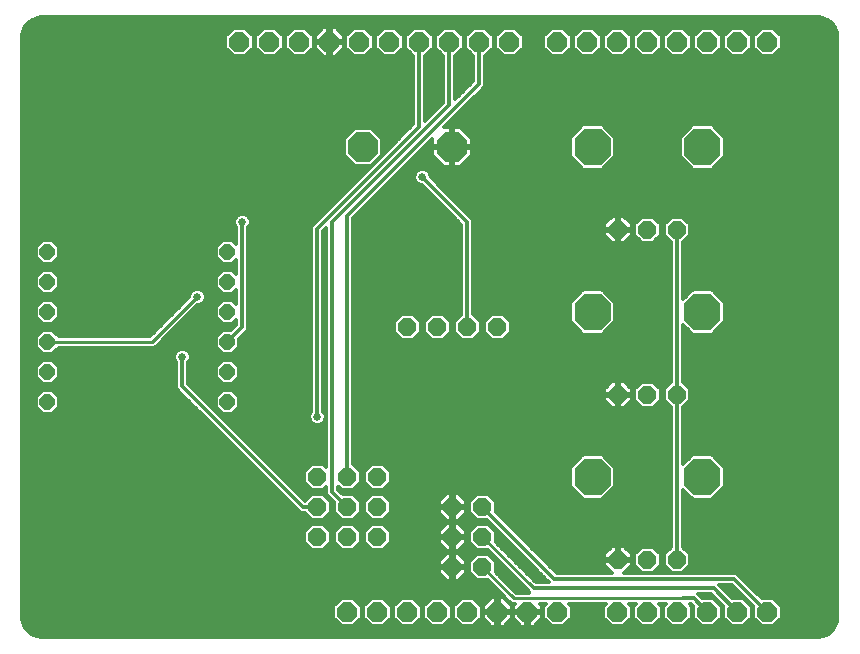
<source format=gbl>
G75*
%MOIN*%
%OFA0B0*%
%FSLAX25Y25*%
%IPPOS*%
%LPD*%
%AMOC8*
5,1,8,0,0,1.08239X$1,22.5*
%
%ADD10OC8,0.10000*%
%ADD11OC8,0.05937*%
%ADD12OC8,0.12268*%
%ADD13OC8,0.06000*%
%ADD14OC8,0.05150*%
%ADD15OC8,0.06600*%
%ADD16C,0.01200*%
%ADD17C,0.02578*%
%ADD18C,0.01000*%
D10*
X0120200Y0170000D03*
X0149800Y0170000D03*
D11*
X0205157Y0142441D03*
X0215000Y0142441D03*
X0224843Y0142441D03*
X0224843Y0087441D03*
X0215000Y0087441D03*
X0205157Y0087441D03*
X0205157Y0032441D03*
X0215000Y0032441D03*
X0224843Y0032441D03*
D12*
X0233307Y0060000D03*
X0196693Y0060000D03*
X0196693Y0115000D03*
X0233307Y0115000D03*
X0233307Y0170000D03*
X0196693Y0170000D03*
D13*
X0165000Y0110000D03*
X0155000Y0110000D03*
X0145000Y0110000D03*
X0135000Y0110000D03*
X0125000Y0060000D03*
X0115000Y0060000D03*
X0105000Y0060000D03*
X0105000Y0050000D03*
X0115000Y0050000D03*
X0115000Y0040000D03*
X0105000Y0040000D03*
X0125000Y0040000D03*
X0125000Y0050000D03*
X0150000Y0050000D03*
X0160000Y0050000D03*
X0160000Y0040000D03*
X0150000Y0040000D03*
X0150000Y0030000D03*
X0160000Y0030000D03*
D14*
X0075000Y0085000D03*
X0075000Y0095000D03*
X0075000Y0105000D03*
X0075000Y0115000D03*
X0075000Y0125000D03*
X0075000Y0135000D03*
X0015000Y0135000D03*
X0015000Y0125000D03*
X0015000Y0115000D03*
X0015000Y0105000D03*
X0015000Y0095000D03*
X0015000Y0085000D03*
D15*
X0115000Y0015000D03*
X0125000Y0015000D03*
X0135000Y0015000D03*
X0145000Y0015000D03*
X0155000Y0015000D03*
X0165000Y0015000D03*
X0175000Y0015000D03*
X0185000Y0015000D03*
X0205000Y0015000D03*
X0215000Y0015000D03*
X0225000Y0015000D03*
X0235000Y0015000D03*
X0245000Y0015000D03*
X0255000Y0015000D03*
X0255000Y0205000D03*
X0245000Y0205000D03*
X0235000Y0205000D03*
X0225000Y0205000D03*
X0215000Y0205000D03*
X0205000Y0205000D03*
X0195000Y0205000D03*
X0185000Y0205000D03*
X0169000Y0205000D03*
X0159000Y0205000D03*
X0149000Y0205000D03*
X0139000Y0205000D03*
X0129000Y0205000D03*
X0119000Y0205000D03*
X0109000Y0205000D03*
X0099000Y0205000D03*
X0089000Y0205000D03*
X0079000Y0205000D03*
D16*
X0007284Y0010226D02*
X0008438Y0008638D01*
X0010026Y0007484D01*
X0011893Y0006877D01*
X0012874Y0006800D01*
X0272047Y0006800D01*
X0273029Y0006877D01*
X0274896Y0007484D01*
X0276484Y0008638D01*
X0277637Y0010226D01*
X0278244Y0012093D01*
X0278321Y0013074D01*
X0278321Y0206913D01*
X0278244Y0207895D01*
X0277637Y0209762D01*
X0276484Y0211350D01*
X0274896Y0212504D01*
X0273029Y0213110D01*
X0272047Y0213187D01*
X0012874Y0213187D01*
X0011893Y0213110D01*
X0010026Y0212504D01*
X0008438Y0211350D01*
X0007284Y0209762D01*
X0006677Y0207895D01*
X0006600Y0206913D01*
X0006600Y0013074D01*
X0006677Y0012093D01*
X0007284Y0010226D01*
X0007597Y0009794D02*
X0277324Y0009794D01*
X0277887Y0010993D02*
X0257639Y0010993D01*
X0256947Y0010300D02*
X0259700Y0013053D01*
X0259700Y0016947D01*
X0256947Y0019700D01*
X0253128Y0019700D01*
X0246000Y0026828D01*
X0244828Y0028000D01*
X0207177Y0028000D01*
X0209726Y0030549D01*
X0209726Y0032057D01*
X0205542Y0032057D01*
X0205542Y0032825D01*
X0209726Y0032825D01*
X0209726Y0034333D01*
X0207050Y0037009D01*
X0205542Y0037009D01*
X0205542Y0032825D01*
X0204773Y0032825D01*
X0204773Y0032057D01*
X0200589Y0032057D01*
X0200589Y0030549D01*
X0203138Y0028000D01*
X0184828Y0028000D01*
X0164400Y0048428D01*
X0164400Y0051823D01*
X0161823Y0054400D01*
X0158177Y0054400D01*
X0155600Y0051823D01*
X0155600Y0048177D01*
X0158177Y0045600D01*
X0161572Y0045600D01*
X0182000Y0025172D01*
X0182272Y0024900D01*
X0177787Y0024900D01*
X0164400Y0038287D01*
X0164400Y0041823D01*
X0161823Y0044400D01*
X0158177Y0044400D01*
X0155600Y0041823D01*
X0155600Y0038177D01*
X0158177Y0035600D01*
X0161713Y0035600D01*
X0175100Y0022213D01*
X0175100Y0022072D01*
X0175672Y0021500D01*
X0171187Y0021500D01*
X0164400Y0028287D01*
X0164400Y0031823D01*
X0161823Y0034400D01*
X0158177Y0034400D01*
X0155600Y0031823D01*
X0155600Y0028177D01*
X0158177Y0025600D01*
X0161713Y0025600D01*
X0168500Y0018813D01*
X0169613Y0017700D01*
X0170770Y0017700D01*
X0170100Y0017030D01*
X0170100Y0015384D01*
X0174616Y0015384D01*
X0174616Y0014616D01*
X0175384Y0014616D01*
X0175384Y0010100D01*
X0177030Y0010100D01*
X0179900Y0012970D01*
X0179900Y0014616D01*
X0175384Y0014616D01*
X0175384Y0015384D01*
X0179900Y0015384D01*
X0179900Y0017030D01*
X0179230Y0017700D01*
X0181053Y0017700D01*
X0180300Y0016947D01*
X0180300Y0013053D01*
X0183053Y0010300D01*
X0186947Y0010300D01*
X0189700Y0013053D01*
X0189700Y0016947D01*
X0188947Y0017700D01*
X0201053Y0017700D01*
X0200300Y0016947D01*
X0200300Y0013053D01*
X0203053Y0010300D01*
X0206947Y0010300D01*
X0209700Y0013053D01*
X0209700Y0016947D01*
X0208947Y0017700D01*
X0211053Y0017700D01*
X0210300Y0016947D01*
X0210300Y0013053D01*
X0213053Y0010300D01*
X0216947Y0010300D01*
X0219700Y0013053D01*
X0219700Y0016947D01*
X0218947Y0017700D01*
X0221053Y0017700D01*
X0220300Y0016947D01*
X0220300Y0013053D01*
X0223053Y0010300D01*
X0226947Y0010300D01*
X0229700Y0013053D01*
X0229700Y0016947D01*
X0229047Y0017600D01*
X0229572Y0017600D01*
X0230300Y0016872D01*
X0230300Y0013053D01*
X0233053Y0010300D01*
X0236947Y0010300D01*
X0239700Y0013053D01*
X0239700Y0016947D01*
X0236947Y0019700D01*
X0233128Y0019700D01*
X0231928Y0020900D01*
X0236272Y0020900D01*
X0240300Y0016872D01*
X0240300Y0013053D01*
X0243053Y0010300D01*
X0246947Y0010300D01*
X0249700Y0013053D01*
X0249700Y0016947D01*
X0246947Y0019700D01*
X0243128Y0019700D01*
X0239100Y0023728D01*
X0238828Y0024000D01*
X0243172Y0024000D01*
X0250300Y0016872D01*
X0250300Y0013053D01*
X0253053Y0010300D01*
X0256947Y0010300D01*
X0258838Y0012191D02*
X0278252Y0012191D01*
X0278321Y0013390D02*
X0259700Y0013390D01*
X0259700Y0014588D02*
X0278321Y0014588D01*
X0278321Y0015787D02*
X0259700Y0015787D01*
X0259662Y0016985D02*
X0278321Y0016985D01*
X0278321Y0018184D02*
X0258463Y0018184D01*
X0257265Y0019382D02*
X0278321Y0019382D01*
X0278321Y0020581D02*
X0252248Y0020581D01*
X0251049Y0021779D02*
X0278321Y0021779D01*
X0278321Y0022978D02*
X0249851Y0022978D01*
X0248652Y0024176D02*
X0278321Y0024176D01*
X0278321Y0025375D02*
X0247454Y0025375D01*
X0246255Y0026573D02*
X0278321Y0026573D01*
X0278321Y0027772D02*
X0245057Y0027772D01*
X0244000Y0026000D02*
X0184000Y0026000D01*
X0160000Y0050000D01*
X0156830Y0046948D02*
X0153453Y0046948D01*
X0154600Y0048095D02*
X0154600Y0049600D01*
X0150400Y0049600D01*
X0150400Y0050400D01*
X0149600Y0050400D01*
X0149600Y0054600D01*
X0148095Y0054600D01*
X0145400Y0051905D01*
X0145400Y0050400D01*
X0149600Y0050400D01*
X0149600Y0049600D01*
X0145400Y0049600D01*
X0145400Y0048095D01*
X0148095Y0045400D01*
X0149600Y0045400D01*
X0149600Y0049600D01*
X0150400Y0049600D01*
X0150400Y0045400D01*
X0151905Y0045400D01*
X0154600Y0048095D01*
X0154600Y0048146D02*
X0155631Y0048146D01*
X0155600Y0049345D02*
X0154600Y0049345D01*
X0154600Y0050400D02*
X0154600Y0051905D01*
X0151905Y0054600D01*
X0150400Y0054600D01*
X0150400Y0050400D01*
X0154600Y0050400D01*
X0154600Y0050543D02*
X0155600Y0050543D01*
X0155600Y0051742D02*
X0154600Y0051742D01*
X0153565Y0052940D02*
X0156718Y0052940D01*
X0157916Y0054139D02*
X0152366Y0054139D01*
X0150400Y0054139D02*
X0149600Y0054139D01*
X0149600Y0052940D02*
X0150400Y0052940D01*
X0150400Y0051742D02*
X0149600Y0051742D01*
X0149600Y0050543D02*
X0150400Y0050543D01*
X0150400Y0049345D02*
X0149600Y0049345D01*
X0149600Y0048146D02*
X0150400Y0048146D01*
X0150400Y0046948D02*
X0149600Y0046948D01*
X0149600Y0045749D02*
X0150400Y0045749D01*
X0150400Y0044600D02*
X0150400Y0040400D01*
X0149600Y0040400D01*
X0149600Y0044600D01*
X0148095Y0044600D01*
X0145400Y0041905D01*
X0145400Y0040400D01*
X0149600Y0040400D01*
X0149600Y0039600D01*
X0145400Y0039600D01*
X0145400Y0038095D01*
X0148095Y0035400D01*
X0149600Y0035400D01*
X0149600Y0039600D01*
X0150400Y0039600D01*
X0150400Y0040400D01*
X0154600Y0040400D01*
X0154600Y0041905D01*
X0151905Y0044600D01*
X0150400Y0044600D01*
X0150400Y0044551D02*
X0149600Y0044551D01*
X0149600Y0043352D02*
X0150400Y0043352D01*
X0150400Y0042154D02*
X0149600Y0042154D01*
X0149600Y0040955D02*
X0150400Y0040955D01*
X0150400Y0039757D02*
X0155600Y0039757D01*
X0154600Y0039600D02*
X0150400Y0039600D01*
X0150400Y0035400D01*
X0151905Y0035400D01*
X0154600Y0038095D01*
X0154600Y0039600D01*
X0154600Y0038558D02*
X0155600Y0038558D01*
X0156418Y0037360D02*
X0153865Y0037360D01*
X0152667Y0036161D02*
X0157616Y0036161D01*
X0157542Y0033764D02*
X0152741Y0033764D01*
X0151905Y0034600D02*
X0154600Y0031905D01*
X0154600Y0030400D01*
X0150400Y0030400D01*
X0149600Y0030400D01*
X0149600Y0034600D01*
X0148095Y0034600D01*
X0145400Y0031905D01*
X0145400Y0030400D01*
X0149600Y0030400D01*
X0149600Y0029600D01*
X0145400Y0029600D01*
X0145400Y0028095D01*
X0148095Y0025400D01*
X0149600Y0025400D01*
X0149600Y0029600D01*
X0150400Y0029600D01*
X0150400Y0030400D01*
X0150400Y0034600D01*
X0151905Y0034600D01*
X0150400Y0033764D02*
X0149600Y0033764D01*
X0149600Y0032566D02*
X0150400Y0032566D01*
X0150400Y0031367D02*
X0149600Y0031367D01*
X0149600Y0030169D02*
X0006600Y0030169D01*
X0006600Y0031367D02*
X0145400Y0031367D01*
X0146060Y0032566D02*
X0006600Y0032566D01*
X0006600Y0033764D02*
X0147259Y0033764D01*
X0147333Y0036161D02*
X0127384Y0036161D01*
X0126823Y0035600D02*
X0129400Y0038177D01*
X0129400Y0041823D01*
X0126823Y0044400D01*
X0123177Y0044400D01*
X0120600Y0041823D01*
X0120600Y0038177D01*
X0123177Y0035600D01*
X0126823Y0035600D01*
X0128582Y0037360D02*
X0146135Y0037360D01*
X0145400Y0038558D02*
X0129400Y0038558D01*
X0129400Y0039757D02*
X0149600Y0039757D01*
X0149600Y0038558D02*
X0150400Y0038558D01*
X0150400Y0037360D02*
X0149600Y0037360D01*
X0149600Y0036161D02*
X0150400Y0036161D01*
X0153940Y0032566D02*
X0156343Y0032566D01*
X0155600Y0031367D02*
X0154600Y0031367D01*
X0155600Y0030169D02*
X0150400Y0030169D01*
X0150400Y0029600D02*
X0154600Y0029600D01*
X0154600Y0028095D01*
X0151905Y0025400D01*
X0150400Y0025400D01*
X0150400Y0029600D01*
X0150400Y0028970D02*
X0149600Y0028970D01*
X0149600Y0027772D02*
X0150400Y0027772D01*
X0150400Y0026573D02*
X0149600Y0026573D01*
X0146921Y0026573D02*
X0006600Y0026573D01*
X0006600Y0025375D02*
X0161938Y0025375D01*
X0163137Y0024176D02*
X0006600Y0024176D01*
X0006600Y0022978D02*
X0164335Y0022978D01*
X0165534Y0021779D02*
X0006600Y0021779D01*
X0006600Y0020581D02*
X0166732Y0020581D01*
X0167030Y0019900D02*
X0165384Y0019900D01*
X0165384Y0015384D01*
X0169900Y0015384D01*
X0169900Y0017030D01*
X0167030Y0019900D01*
X0167547Y0019382D02*
X0167931Y0019382D01*
X0168746Y0018184D02*
X0169129Y0018184D01*
X0169900Y0016985D02*
X0170100Y0016985D01*
X0170100Y0015787D02*
X0169900Y0015787D01*
X0169900Y0014616D02*
X0165384Y0014616D01*
X0165384Y0010100D01*
X0167030Y0010100D01*
X0169900Y0012970D01*
X0169900Y0014616D01*
X0169900Y0014588D02*
X0170100Y0014588D01*
X0170100Y0014616D02*
X0170100Y0012970D01*
X0172970Y0010100D01*
X0174616Y0010100D01*
X0174616Y0014616D01*
X0170100Y0014616D01*
X0170100Y0013390D02*
X0169900Y0013390D01*
X0169121Y0012191D02*
X0170879Y0012191D01*
X0172078Y0010993D02*
X0167922Y0010993D01*
X0165384Y0010993D02*
X0164616Y0010993D01*
X0164616Y0010100D02*
X0164616Y0014616D01*
X0165384Y0014616D01*
X0165384Y0015384D01*
X0164616Y0015384D01*
X0164616Y0014616D01*
X0160100Y0014616D01*
X0160100Y0012970D01*
X0162970Y0010100D01*
X0164616Y0010100D01*
X0164616Y0012191D02*
X0165384Y0012191D01*
X0165384Y0013390D02*
X0164616Y0013390D01*
X0164616Y0014588D02*
X0165384Y0014588D01*
X0164616Y0015384D02*
X0160100Y0015384D01*
X0160100Y0017030D01*
X0162970Y0019900D01*
X0164616Y0019900D01*
X0164616Y0015384D01*
X0164616Y0015787D02*
X0165384Y0015787D01*
X0165384Y0016985D02*
X0164616Y0016985D01*
X0164616Y0018184D02*
X0165384Y0018184D01*
X0165384Y0019382D02*
X0164616Y0019382D01*
X0162452Y0019382D02*
X0157265Y0019382D01*
X0156947Y0019700D02*
X0153053Y0019700D01*
X0150300Y0016947D01*
X0150300Y0013053D01*
X0153053Y0010300D01*
X0156947Y0010300D01*
X0159700Y0013053D01*
X0159700Y0016947D01*
X0156947Y0019700D01*
X0158463Y0018184D02*
X0161254Y0018184D01*
X0160100Y0016985D02*
X0159662Y0016985D01*
X0159700Y0015787D02*
X0160100Y0015787D01*
X0160100Y0014588D02*
X0159700Y0014588D01*
X0159700Y0013390D02*
X0160100Y0013390D01*
X0160879Y0012191D02*
X0158838Y0012191D01*
X0157639Y0010993D02*
X0162078Y0010993D01*
X0152361Y0010993D02*
X0147639Y0010993D01*
X0146947Y0010300D02*
X0149700Y0013053D01*
X0149700Y0016947D01*
X0146947Y0019700D01*
X0143053Y0019700D01*
X0140300Y0016947D01*
X0140300Y0013053D01*
X0143053Y0010300D01*
X0146947Y0010300D01*
X0148838Y0012191D02*
X0151162Y0012191D01*
X0150300Y0013390D02*
X0149700Y0013390D01*
X0149700Y0014588D02*
X0150300Y0014588D01*
X0150300Y0015787D02*
X0149700Y0015787D01*
X0149662Y0016985D02*
X0150338Y0016985D01*
X0151537Y0018184D02*
X0148463Y0018184D01*
X0147265Y0019382D02*
X0152735Y0019382D01*
X0153079Y0026573D02*
X0157204Y0026573D01*
X0156006Y0027772D02*
X0154277Y0027772D01*
X0154600Y0028970D02*
X0155600Y0028970D01*
X0162458Y0033764D02*
X0163549Y0033764D01*
X0163657Y0032566D02*
X0164747Y0032566D01*
X0164400Y0031367D02*
X0165946Y0031367D01*
X0167144Y0030169D02*
X0164400Y0030169D01*
X0164400Y0028970D02*
X0168343Y0028970D01*
X0169541Y0027772D02*
X0164915Y0027772D01*
X0166114Y0026573D02*
X0170740Y0026573D01*
X0171938Y0025375D02*
X0167312Y0025375D01*
X0168511Y0024176D02*
X0173137Y0024176D01*
X0174335Y0022978D02*
X0169709Y0022978D01*
X0170908Y0021779D02*
X0175392Y0021779D01*
X0177100Y0022900D02*
X0237100Y0022900D01*
X0245000Y0015000D01*
X0240300Y0014588D02*
X0239700Y0014588D01*
X0239700Y0013390D02*
X0240300Y0013390D01*
X0241162Y0012191D02*
X0238838Y0012191D01*
X0237639Y0010993D02*
X0242361Y0010993D01*
X0247639Y0010993D02*
X0252361Y0010993D01*
X0251162Y0012191D02*
X0248838Y0012191D01*
X0249700Y0013390D02*
X0250300Y0013390D01*
X0250300Y0014588D02*
X0249700Y0014588D01*
X0249700Y0015787D02*
X0250300Y0015787D01*
X0250186Y0016985D02*
X0249662Y0016985D01*
X0248988Y0018184D02*
X0248463Y0018184D01*
X0247789Y0019382D02*
X0247265Y0019382D01*
X0246591Y0020581D02*
X0242248Y0020581D01*
X0241049Y0021779D02*
X0245392Y0021779D01*
X0244194Y0022978D02*
X0239851Y0022978D01*
X0236591Y0020581D02*
X0232248Y0020581D01*
X0230400Y0019600D02*
X0235000Y0015000D01*
X0239700Y0015787D02*
X0240300Y0015787D01*
X0240186Y0016985D02*
X0239662Y0016985D01*
X0238988Y0018184D02*
X0238463Y0018184D01*
X0237789Y0019382D02*
X0237265Y0019382D01*
X0230400Y0019600D02*
X0226905Y0019600D01*
X0229662Y0016985D02*
X0230186Y0016985D01*
X0230300Y0015787D02*
X0229700Y0015787D01*
X0229700Y0014588D02*
X0230300Y0014588D01*
X0230300Y0013390D02*
X0229700Y0013390D01*
X0228838Y0012191D02*
X0231162Y0012191D01*
X0232361Y0010993D02*
X0227639Y0010993D01*
X0222361Y0010993D02*
X0217639Y0010993D01*
X0218838Y0012191D02*
X0221162Y0012191D01*
X0220300Y0013390D02*
X0219700Y0013390D01*
X0219700Y0014588D02*
X0220300Y0014588D01*
X0220300Y0015787D02*
X0219700Y0015787D01*
X0219662Y0016985D02*
X0220338Y0016985D01*
X0212361Y0010993D02*
X0207639Y0010993D01*
X0208838Y0012191D02*
X0211162Y0012191D01*
X0210300Y0013390D02*
X0209700Y0013390D01*
X0209700Y0014588D02*
X0210300Y0014588D01*
X0210300Y0015787D02*
X0209700Y0015787D01*
X0209662Y0016985D02*
X0210338Y0016985D01*
X0202361Y0010993D02*
X0187639Y0010993D01*
X0188838Y0012191D02*
X0201162Y0012191D01*
X0200300Y0013390D02*
X0189700Y0013390D01*
X0189700Y0014588D02*
X0200300Y0014588D01*
X0200300Y0015787D02*
X0189700Y0015787D01*
X0189662Y0016985D02*
X0200338Y0016985D01*
X0213191Y0028072D02*
X0216809Y0028072D01*
X0219368Y0030631D01*
X0219368Y0034250D01*
X0216809Y0036809D01*
X0213191Y0036809D01*
X0210631Y0034250D01*
X0210631Y0030631D01*
X0213191Y0028072D01*
X0212293Y0028970D02*
X0208148Y0028970D01*
X0209346Y0030169D02*
X0211094Y0030169D01*
X0210631Y0031367D02*
X0209726Y0031367D01*
X0210631Y0032566D02*
X0205542Y0032566D01*
X0204773Y0032566D02*
X0180263Y0032566D01*
X0181461Y0031367D02*
X0200589Y0031367D01*
X0200969Y0030169D02*
X0182660Y0030169D01*
X0183858Y0028970D02*
X0202167Y0028970D01*
X0200589Y0032825D02*
X0204773Y0032825D01*
X0204773Y0037009D01*
X0203265Y0037009D01*
X0200589Y0034333D01*
X0200589Y0032825D01*
X0200589Y0033764D02*
X0179064Y0033764D01*
X0177866Y0034963D02*
X0201218Y0034963D01*
X0202417Y0036161D02*
X0176667Y0036161D01*
X0175469Y0037360D02*
X0222843Y0037360D01*
X0222843Y0036619D02*
X0220474Y0034250D01*
X0220474Y0030631D01*
X0223033Y0028072D01*
X0226652Y0028072D01*
X0229211Y0030631D01*
X0229211Y0034250D01*
X0226843Y0036619D01*
X0226843Y0055810D01*
X0230186Y0052466D01*
X0236428Y0052466D01*
X0240841Y0056879D01*
X0240841Y0063121D01*
X0236428Y0067534D01*
X0230186Y0067534D01*
X0226843Y0064190D01*
X0226843Y0083263D01*
X0229211Y0085631D01*
X0229211Y0089250D01*
X0226843Y0091619D01*
X0226843Y0110810D01*
X0230186Y0107466D01*
X0236428Y0107466D01*
X0240841Y0111879D01*
X0240841Y0118121D01*
X0236428Y0122534D01*
X0230186Y0122534D01*
X0226843Y0119190D01*
X0226843Y0138263D01*
X0229211Y0140631D01*
X0229211Y0144250D01*
X0226652Y0146809D01*
X0223033Y0146809D01*
X0220474Y0144250D01*
X0220474Y0140631D01*
X0222843Y0138263D01*
X0222843Y0091619D01*
X0220474Y0089250D01*
X0220474Y0085631D01*
X0222843Y0083263D01*
X0222843Y0036619D01*
X0222385Y0036161D02*
X0217458Y0036161D01*
X0218656Y0034963D02*
X0221186Y0034963D01*
X0220474Y0033764D02*
X0219368Y0033764D01*
X0219368Y0032566D02*
X0220474Y0032566D01*
X0220474Y0031367D02*
X0219368Y0031367D01*
X0218906Y0030169D02*
X0220937Y0030169D01*
X0222135Y0028970D02*
X0217707Y0028970D01*
X0224843Y0032441D02*
X0224843Y0142441D01*
X0224843Y0087441D01*
X0220474Y0087697D02*
X0219368Y0087697D01*
X0219368Y0086499D02*
X0220474Y0086499D01*
X0220805Y0085300D02*
X0219037Y0085300D01*
X0219368Y0085631D02*
X0216809Y0083072D01*
X0213191Y0083072D01*
X0210631Y0085631D01*
X0210631Y0089250D01*
X0213191Y0091809D01*
X0216809Y0091809D01*
X0219368Y0089250D01*
X0219368Y0085631D01*
X0217839Y0084102D02*
X0222004Y0084102D01*
X0222843Y0082903D02*
X0207081Y0082903D01*
X0207050Y0082872D02*
X0209726Y0085549D01*
X0209726Y0087057D01*
X0205542Y0087057D01*
X0205542Y0087825D01*
X0209726Y0087825D01*
X0209726Y0089333D01*
X0207050Y0092009D01*
X0205542Y0092009D01*
X0205542Y0087825D01*
X0204773Y0087825D01*
X0204773Y0087057D01*
X0200589Y0087057D01*
X0200589Y0085549D01*
X0203265Y0082872D01*
X0204773Y0082872D01*
X0204773Y0087057D01*
X0205542Y0087057D01*
X0205542Y0082872D01*
X0207050Y0082872D01*
X0205542Y0082903D02*
X0204773Y0082903D01*
X0204773Y0084102D02*
X0205542Y0084102D01*
X0205542Y0085300D02*
X0204773Y0085300D01*
X0204773Y0086499D02*
X0205542Y0086499D01*
X0205542Y0087697D02*
X0210631Y0087697D01*
X0210631Y0086499D02*
X0209726Y0086499D01*
X0209478Y0085300D02*
X0210963Y0085300D01*
X0212161Y0084102D02*
X0208279Y0084102D01*
X0204773Y0087697D02*
X0117000Y0087697D01*
X0117000Y0086499D02*
X0200589Y0086499D01*
X0200837Y0085300D02*
X0117000Y0085300D01*
X0117000Y0084102D02*
X0202036Y0084102D01*
X0203234Y0082903D02*
X0117000Y0082903D01*
X0117000Y0081705D02*
X0222843Y0081705D01*
X0222843Y0080506D02*
X0117000Y0080506D01*
X0117000Y0079308D02*
X0222843Y0079308D01*
X0222843Y0078109D02*
X0117000Y0078109D01*
X0117000Y0076911D02*
X0222843Y0076911D01*
X0222843Y0075712D02*
X0117000Y0075712D01*
X0117000Y0074514D02*
X0222843Y0074514D01*
X0222843Y0073315D02*
X0117000Y0073315D01*
X0117000Y0072117D02*
X0222843Y0072117D01*
X0222843Y0070918D02*
X0117000Y0070918D01*
X0117000Y0069720D02*
X0222843Y0069720D01*
X0222843Y0068521D02*
X0117000Y0068521D01*
X0117000Y0067323D02*
X0193361Y0067323D01*
X0193572Y0067534D02*
X0189159Y0063121D01*
X0189159Y0056879D01*
X0193572Y0052466D01*
X0199814Y0052466D01*
X0204227Y0056879D01*
X0204227Y0063121D01*
X0199814Y0067534D01*
X0193572Y0067534D01*
X0192163Y0066124D02*
X0117000Y0066124D01*
X0117000Y0064926D02*
X0190964Y0064926D01*
X0189765Y0063727D02*
X0127495Y0063727D01*
X0126823Y0064400D02*
X0123177Y0064400D01*
X0120600Y0061823D01*
X0120600Y0058177D01*
X0123177Y0055600D01*
X0126823Y0055600D01*
X0129400Y0058177D01*
X0129400Y0061823D01*
X0126823Y0064400D01*
X0128694Y0062529D02*
X0189159Y0062529D01*
X0189159Y0061330D02*
X0129400Y0061330D01*
X0129400Y0060132D02*
X0189159Y0060132D01*
X0189159Y0058933D02*
X0129400Y0058933D01*
X0128957Y0057734D02*
X0189159Y0057734D01*
X0189502Y0056536D02*
X0127759Y0056536D01*
X0126823Y0054400D02*
X0123177Y0054400D01*
X0120600Y0051823D01*
X0120600Y0048177D01*
X0123177Y0045600D01*
X0126823Y0045600D01*
X0129400Y0048177D01*
X0129400Y0051823D01*
X0126823Y0054400D01*
X0127084Y0054139D02*
X0147634Y0054139D01*
X0146435Y0052940D02*
X0128282Y0052940D01*
X0129400Y0051742D02*
X0145400Y0051742D01*
X0145400Y0050543D02*
X0129400Y0050543D01*
X0129400Y0049345D02*
X0145400Y0049345D01*
X0145400Y0048146D02*
X0129369Y0048146D01*
X0128170Y0046948D02*
X0146547Y0046948D01*
X0147745Y0045749D02*
X0126972Y0045749D01*
X0127870Y0043352D02*
X0146847Y0043352D01*
X0145648Y0042154D02*
X0129069Y0042154D01*
X0129400Y0040955D02*
X0145400Y0040955D01*
X0148045Y0044551D02*
X0006600Y0044551D01*
X0006600Y0045749D02*
X0103028Y0045749D01*
X0103177Y0045600D02*
X0106823Y0045600D01*
X0109400Y0048177D01*
X0109400Y0051823D01*
X0106823Y0054400D01*
X0103177Y0054400D01*
X0100903Y0052125D01*
X0062000Y0091028D01*
X0062000Y0098197D01*
X0062280Y0098477D01*
X0062689Y0099465D01*
X0062689Y0100535D01*
X0062280Y0101523D01*
X0061523Y0102280D01*
X0060535Y0102689D01*
X0059465Y0102689D01*
X0058477Y0102280D01*
X0057720Y0101523D01*
X0057311Y0100535D01*
X0057311Y0099465D01*
X0057720Y0098477D01*
X0058000Y0098197D01*
X0058000Y0089372D01*
X0099372Y0048000D01*
X0100777Y0048000D01*
X0103177Y0045600D01*
X0103177Y0044400D02*
X0100600Y0041823D01*
X0100600Y0038177D01*
X0103177Y0035600D01*
X0106823Y0035600D01*
X0109400Y0038177D01*
X0109400Y0041823D01*
X0106823Y0044400D01*
X0103177Y0044400D01*
X0102130Y0043352D02*
X0006600Y0043352D01*
X0006600Y0042154D02*
X0100931Y0042154D01*
X0100600Y0040955D02*
X0006600Y0040955D01*
X0006600Y0039757D02*
X0100600Y0039757D01*
X0100600Y0038558D02*
X0006600Y0038558D01*
X0006600Y0037360D02*
X0101418Y0037360D01*
X0102616Y0036161D02*
X0006600Y0036161D01*
X0006600Y0034963D02*
X0162350Y0034963D01*
X0165327Y0037360D02*
X0169812Y0037360D01*
X0171010Y0036161D02*
X0166526Y0036161D01*
X0167724Y0034963D02*
X0172209Y0034963D01*
X0173407Y0033764D02*
X0168923Y0033764D01*
X0170121Y0032566D02*
X0174606Y0032566D01*
X0175804Y0031367D02*
X0171320Y0031367D01*
X0172518Y0030169D02*
X0177003Y0030169D01*
X0178201Y0028970D02*
X0173717Y0028970D01*
X0174915Y0027772D02*
X0179400Y0027772D01*
X0180598Y0026573D02*
X0176114Y0026573D01*
X0177312Y0025375D02*
X0181797Y0025375D01*
X0180338Y0016985D02*
X0179900Y0016985D01*
X0179900Y0015787D02*
X0180300Y0015787D01*
X0180300Y0014588D02*
X0179900Y0014588D01*
X0179900Y0013390D02*
X0180300Y0013390D01*
X0181162Y0012191D02*
X0179121Y0012191D01*
X0177922Y0010993D02*
X0182361Y0010993D01*
X0175384Y0010993D02*
X0174616Y0010993D01*
X0174616Y0012191D02*
X0175384Y0012191D01*
X0175384Y0013390D02*
X0174616Y0013390D01*
X0174616Y0014588D02*
X0175384Y0014588D01*
X0204773Y0033764D02*
X0205542Y0033764D01*
X0205542Y0034963D02*
X0204773Y0034963D01*
X0204773Y0036161D02*
X0205542Y0036161D01*
X0207898Y0036161D02*
X0212542Y0036161D01*
X0211344Y0034963D02*
X0209096Y0034963D01*
X0209726Y0033764D02*
X0210631Y0033764D01*
X0222843Y0038558D02*
X0174270Y0038558D01*
X0173072Y0039757D02*
X0222843Y0039757D01*
X0222843Y0040955D02*
X0171873Y0040955D01*
X0170675Y0042154D02*
X0222843Y0042154D01*
X0222843Y0043352D02*
X0169476Y0043352D01*
X0168278Y0044551D02*
X0222843Y0044551D01*
X0222843Y0045749D02*
X0167079Y0045749D01*
X0165881Y0046948D02*
X0222843Y0046948D01*
X0222843Y0048146D02*
X0164682Y0048146D01*
X0164400Y0049345D02*
X0222843Y0049345D01*
X0222843Y0050543D02*
X0164400Y0050543D01*
X0164400Y0051742D02*
X0222843Y0051742D01*
X0222843Y0052940D02*
X0200288Y0052940D01*
X0201486Y0054139D02*
X0222843Y0054139D01*
X0222843Y0055337D02*
X0202685Y0055337D01*
X0203883Y0056536D02*
X0222843Y0056536D01*
X0222843Y0057734D02*
X0204227Y0057734D01*
X0204227Y0058933D02*
X0222843Y0058933D01*
X0222843Y0060132D02*
X0204227Y0060132D01*
X0204227Y0061330D02*
X0222843Y0061330D01*
X0222843Y0062529D02*
X0204227Y0062529D01*
X0203620Y0063727D02*
X0222843Y0063727D01*
X0222843Y0064926D02*
X0202422Y0064926D01*
X0201223Y0066124D02*
X0222843Y0066124D01*
X0222843Y0067323D02*
X0200025Y0067323D01*
X0190701Y0055337D02*
X0112491Y0055337D01*
X0112000Y0055828D02*
X0112000Y0056777D01*
X0113177Y0055600D01*
X0116823Y0055600D01*
X0119400Y0058177D01*
X0119400Y0061823D01*
X0117000Y0064223D01*
X0117000Y0146343D01*
X0143200Y0172543D01*
X0143200Y0170400D01*
X0149400Y0170400D01*
X0149400Y0176600D01*
X0147257Y0176600D01*
X0159828Y0189172D01*
X0161000Y0190343D01*
X0161000Y0200353D01*
X0163700Y0203053D01*
X0163700Y0206947D01*
X0160947Y0209700D01*
X0157053Y0209700D01*
X0154300Y0206947D01*
X0154300Y0203053D01*
X0157000Y0200353D01*
X0157000Y0192000D01*
X0151000Y0186000D01*
X0151000Y0200353D01*
X0153700Y0203053D01*
X0153700Y0206947D01*
X0150947Y0209700D01*
X0147053Y0209700D01*
X0144300Y0206947D01*
X0144300Y0203053D01*
X0147000Y0200353D01*
X0147000Y0184828D01*
X0141000Y0178828D01*
X0141000Y0200353D01*
X0143700Y0203053D01*
X0143700Y0206947D01*
X0140947Y0209700D01*
X0137053Y0209700D01*
X0134300Y0206947D01*
X0134300Y0203053D01*
X0137000Y0200353D01*
X0137000Y0177657D01*
X0104172Y0144828D01*
X0104172Y0144828D01*
X0103000Y0143657D01*
X0103000Y0081803D01*
X0102720Y0081523D01*
X0102311Y0080535D01*
X0102311Y0079465D01*
X0102720Y0078477D01*
X0103477Y0077720D01*
X0104465Y0077311D01*
X0105535Y0077311D01*
X0106523Y0077720D01*
X0107280Y0078477D01*
X0107689Y0079465D01*
X0107689Y0080535D01*
X0107280Y0081523D01*
X0107000Y0081803D01*
X0107000Y0142000D01*
X0108000Y0143000D01*
X0108000Y0063223D01*
X0106823Y0064400D01*
X0103177Y0064400D01*
X0100600Y0061823D01*
X0100600Y0058177D01*
X0103177Y0055600D01*
X0106823Y0055600D01*
X0108000Y0056777D01*
X0108000Y0054172D01*
X0109172Y0053000D01*
X0110600Y0051572D01*
X0110600Y0048177D01*
X0113177Y0045600D01*
X0116823Y0045600D01*
X0119400Y0048177D01*
X0119400Y0051823D01*
X0116823Y0054400D01*
X0113428Y0054400D01*
X0112000Y0055828D01*
X0112000Y0056536D02*
X0112241Y0056536D01*
X0110000Y0055000D02*
X0110000Y0145000D01*
X0149000Y0184000D01*
X0149000Y0205000D01*
X0144300Y0205151D02*
X0143700Y0205151D01*
X0143700Y0203953D02*
X0144300Y0203953D01*
X0144599Y0202754D02*
X0143401Y0202754D01*
X0142203Y0201556D02*
X0145797Y0201556D01*
X0146996Y0200357D02*
X0141004Y0200357D01*
X0141000Y0199159D02*
X0147000Y0199159D01*
X0147000Y0197960D02*
X0141000Y0197960D01*
X0141000Y0196762D02*
X0147000Y0196762D01*
X0147000Y0195563D02*
X0141000Y0195563D01*
X0141000Y0194365D02*
X0147000Y0194365D01*
X0147000Y0193166D02*
X0141000Y0193166D01*
X0141000Y0191968D02*
X0147000Y0191968D01*
X0147000Y0190769D02*
X0141000Y0190769D01*
X0141000Y0189571D02*
X0147000Y0189571D01*
X0147000Y0188372D02*
X0141000Y0188372D01*
X0141000Y0187174D02*
X0147000Y0187174D01*
X0147000Y0185975D02*
X0141000Y0185975D01*
X0141000Y0184777D02*
X0146948Y0184777D01*
X0145750Y0183578D02*
X0141000Y0183578D01*
X0141000Y0182380D02*
X0144551Y0182380D01*
X0143353Y0181181D02*
X0141000Y0181181D01*
X0141000Y0179983D02*
X0142154Y0179983D01*
X0139000Y0176828D02*
X0105000Y0142828D01*
X0105000Y0080000D01*
X0103088Y0078109D02*
X0074919Y0078109D01*
X0073721Y0079308D02*
X0102376Y0079308D01*
X0102311Y0080506D02*
X0072522Y0080506D01*
X0073354Y0081025D02*
X0076646Y0081025D01*
X0078975Y0083354D01*
X0078975Y0086646D01*
X0076646Y0088975D01*
X0073354Y0088975D01*
X0071025Y0086646D01*
X0071025Y0083354D01*
X0073354Y0081025D01*
X0072674Y0081705D02*
X0071324Y0081705D01*
X0071476Y0082903D02*
X0070125Y0082903D01*
X0071025Y0084102D02*
X0068927Y0084102D01*
X0067728Y0085300D02*
X0071025Y0085300D01*
X0071025Y0086499D02*
X0066530Y0086499D01*
X0065331Y0087697D02*
X0072076Y0087697D01*
X0073275Y0088896D02*
X0064133Y0088896D01*
X0062934Y0090094D02*
X0103000Y0090094D01*
X0103000Y0088896D02*
X0076725Y0088896D01*
X0077924Y0087697D02*
X0103000Y0087697D01*
X0103000Y0086499D02*
X0078975Y0086499D01*
X0078975Y0085300D02*
X0103000Y0085300D01*
X0103000Y0084102D02*
X0078975Y0084102D01*
X0078524Y0082903D02*
X0103000Y0082903D01*
X0102902Y0081705D02*
X0077326Y0081705D01*
X0076118Y0076911D02*
X0108000Y0076911D01*
X0108000Y0078109D02*
X0106912Y0078109D01*
X0107624Y0079308D02*
X0108000Y0079308D01*
X0108000Y0080506D02*
X0107689Y0080506D01*
X0108000Y0081705D02*
X0107098Y0081705D01*
X0107000Y0082903D02*
X0108000Y0082903D01*
X0108000Y0084102D02*
X0107000Y0084102D01*
X0107000Y0085300D02*
X0108000Y0085300D01*
X0108000Y0086499D02*
X0107000Y0086499D01*
X0107000Y0087697D02*
X0108000Y0087697D01*
X0108000Y0088896D02*
X0107000Y0088896D01*
X0107000Y0090094D02*
X0108000Y0090094D01*
X0108000Y0091293D02*
X0107000Y0091293D01*
X0107000Y0092491D02*
X0108000Y0092491D01*
X0108000Y0093690D02*
X0107000Y0093690D01*
X0107000Y0094888D02*
X0108000Y0094888D01*
X0108000Y0096087D02*
X0107000Y0096087D01*
X0107000Y0097285D02*
X0108000Y0097285D01*
X0108000Y0098484D02*
X0107000Y0098484D01*
X0107000Y0099682D02*
X0108000Y0099682D01*
X0108000Y0100881D02*
X0107000Y0100881D01*
X0107000Y0102079D02*
X0108000Y0102079D01*
X0108000Y0103278D02*
X0107000Y0103278D01*
X0107000Y0104476D02*
X0108000Y0104476D01*
X0108000Y0105675D02*
X0107000Y0105675D01*
X0107000Y0106873D02*
X0108000Y0106873D01*
X0108000Y0108072D02*
X0107000Y0108072D01*
X0107000Y0109270D02*
X0108000Y0109270D01*
X0108000Y0110469D02*
X0107000Y0110469D01*
X0107000Y0111668D02*
X0108000Y0111668D01*
X0108000Y0112866D02*
X0107000Y0112866D01*
X0107000Y0114065D02*
X0108000Y0114065D01*
X0108000Y0115263D02*
X0107000Y0115263D01*
X0107000Y0116462D02*
X0108000Y0116462D01*
X0108000Y0117660D02*
X0107000Y0117660D01*
X0107000Y0118859D02*
X0108000Y0118859D01*
X0108000Y0120057D02*
X0107000Y0120057D01*
X0107000Y0121256D02*
X0108000Y0121256D01*
X0108000Y0122454D02*
X0107000Y0122454D01*
X0107000Y0123653D02*
X0108000Y0123653D01*
X0108000Y0124851D02*
X0107000Y0124851D01*
X0107000Y0126050D02*
X0108000Y0126050D01*
X0108000Y0127248D02*
X0107000Y0127248D01*
X0107000Y0128447D02*
X0108000Y0128447D01*
X0108000Y0129645D02*
X0107000Y0129645D01*
X0107000Y0130844D02*
X0108000Y0130844D01*
X0108000Y0132042D02*
X0107000Y0132042D01*
X0107000Y0133241D02*
X0108000Y0133241D01*
X0108000Y0134439D02*
X0107000Y0134439D01*
X0107000Y0135638D02*
X0108000Y0135638D01*
X0108000Y0136836D02*
X0107000Y0136836D01*
X0107000Y0138035D02*
X0108000Y0138035D01*
X0108000Y0139233D02*
X0107000Y0139233D01*
X0107000Y0140432D02*
X0108000Y0140432D01*
X0108000Y0141630D02*
X0107000Y0141630D01*
X0107829Y0142829D02*
X0108000Y0142829D01*
X0104569Y0145226D02*
X0082689Y0145226D01*
X0082689Y0145535D02*
X0082280Y0146523D01*
X0081523Y0147280D01*
X0080535Y0147689D01*
X0079465Y0147689D01*
X0078477Y0147280D01*
X0077720Y0146523D01*
X0077311Y0145535D01*
X0077311Y0144465D01*
X0077720Y0143477D01*
X0078000Y0143197D01*
X0078000Y0137621D01*
X0076646Y0138975D01*
X0073354Y0138975D01*
X0071025Y0136646D01*
X0071025Y0133354D01*
X0073354Y0131025D01*
X0076646Y0131025D01*
X0078000Y0132379D01*
X0078000Y0127621D01*
X0076646Y0128975D01*
X0073354Y0128975D01*
X0071025Y0126646D01*
X0071025Y0123354D01*
X0073354Y0121025D01*
X0076646Y0121025D01*
X0078000Y0122379D01*
X0078000Y0117621D01*
X0076646Y0118975D01*
X0073354Y0118975D01*
X0071025Y0116646D01*
X0071025Y0113354D01*
X0073354Y0111025D01*
X0076646Y0111025D01*
X0078000Y0112379D01*
X0078000Y0110828D01*
X0076146Y0108975D01*
X0073354Y0108975D01*
X0071025Y0106646D01*
X0071025Y0103354D01*
X0073354Y0101025D01*
X0076646Y0101025D01*
X0078975Y0103354D01*
X0078975Y0106146D01*
X0080828Y0108000D01*
X0082000Y0109172D01*
X0082000Y0143197D01*
X0082280Y0143477D01*
X0082689Y0144465D01*
X0082689Y0145535D01*
X0082321Y0146424D02*
X0105767Y0146424D01*
X0106966Y0147623D02*
X0080694Y0147623D01*
X0079306Y0147623D02*
X0006600Y0147623D01*
X0006600Y0148821D02*
X0108165Y0148821D01*
X0109363Y0150020D02*
X0006600Y0150020D01*
X0006600Y0151218D02*
X0110562Y0151218D01*
X0111760Y0152417D02*
X0006600Y0152417D01*
X0006600Y0153615D02*
X0112959Y0153615D01*
X0114157Y0154814D02*
X0006600Y0154814D01*
X0006600Y0156012D02*
X0115356Y0156012D01*
X0116554Y0157211D02*
X0006600Y0157211D01*
X0006600Y0158409D02*
X0117753Y0158409D01*
X0118951Y0159608D02*
X0006600Y0159608D01*
X0006600Y0160806D02*
X0120150Y0160806D01*
X0121348Y0162005D02*
X0006600Y0162005D01*
X0006600Y0163203D02*
X0122547Y0163203D01*
X0122851Y0163600D02*
X0126600Y0167349D01*
X0126600Y0172651D01*
X0122851Y0176400D01*
X0117549Y0176400D01*
X0113800Y0172651D01*
X0113800Y0167349D01*
X0117549Y0163600D01*
X0122851Y0163600D01*
X0123653Y0164402D02*
X0123745Y0164402D01*
X0124851Y0165601D02*
X0124944Y0165601D01*
X0126050Y0166799D02*
X0126142Y0166799D01*
X0126600Y0167998D02*
X0127341Y0167998D01*
X0126600Y0169196D02*
X0128539Y0169196D01*
X0129738Y0170395D02*
X0126600Y0170395D01*
X0126600Y0171593D02*
X0130936Y0171593D01*
X0132135Y0172792D02*
X0126459Y0172792D01*
X0125261Y0173990D02*
X0133333Y0173990D01*
X0134532Y0175189D02*
X0124062Y0175189D01*
X0122864Y0176387D02*
X0135730Y0176387D01*
X0136929Y0177586D02*
X0006600Y0177586D01*
X0006600Y0178784D02*
X0137000Y0178784D01*
X0137000Y0179983D02*
X0006600Y0179983D01*
X0006600Y0181181D02*
X0137000Y0181181D01*
X0137000Y0182380D02*
X0006600Y0182380D01*
X0006600Y0183578D02*
X0137000Y0183578D01*
X0137000Y0184777D02*
X0006600Y0184777D01*
X0006600Y0185975D02*
X0137000Y0185975D01*
X0137000Y0187174D02*
X0006600Y0187174D01*
X0006600Y0188372D02*
X0137000Y0188372D01*
X0137000Y0189571D02*
X0006600Y0189571D01*
X0006600Y0190769D02*
X0137000Y0190769D01*
X0137000Y0191968D02*
X0006600Y0191968D01*
X0006600Y0193166D02*
X0137000Y0193166D01*
X0137000Y0194365D02*
X0006600Y0194365D01*
X0006600Y0195563D02*
X0137000Y0195563D01*
X0137000Y0196762D02*
X0006600Y0196762D01*
X0006600Y0197960D02*
X0137000Y0197960D01*
X0137000Y0199159D02*
X0006600Y0199159D01*
X0006600Y0200357D02*
X0076996Y0200357D01*
X0077053Y0200300D02*
X0080947Y0200300D01*
X0083700Y0203053D01*
X0083700Y0206947D01*
X0080947Y0209700D01*
X0077053Y0209700D01*
X0074300Y0206947D01*
X0074300Y0203053D01*
X0077053Y0200300D01*
X0075797Y0201556D02*
X0006600Y0201556D01*
X0006600Y0202754D02*
X0074599Y0202754D01*
X0074300Y0203953D02*
X0006600Y0203953D01*
X0006600Y0205151D02*
X0074300Y0205151D01*
X0074300Y0206350D02*
X0006600Y0206350D01*
X0006650Y0207548D02*
X0074902Y0207548D01*
X0076100Y0208747D02*
X0006954Y0208747D01*
X0007417Y0209945D02*
X0277504Y0209945D01*
X0277967Y0208747D02*
X0257900Y0208747D01*
X0256947Y0209700D02*
X0253053Y0209700D01*
X0250300Y0206947D01*
X0250300Y0203053D01*
X0253053Y0200300D01*
X0256947Y0200300D01*
X0259700Y0203053D01*
X0259700Y0206947D01*
X0256947Y0209700D01*
X0259098Y0207548D02*
X0278271Y0207548D01*
X0278321Y0206350D02*
X0259700Y0206350D01*
X0259700Y0205151D02*
X0278321Y0205151D01*
X0278321Y0203953D02*
X0259700Y0203953D01*
X0259401Y0202754D02*
X0278321Y0202754D01*
X0278321Y0201556D02*
X0258203Y0201556D01*
X0257004Y0200357D02*
X0278321Y0200357D01*
X0278321Y0199159D02*
X0161000Y0199159D01*
X0161004Y0200357D02*
X0166996Y0200357D01*
X0167053Y0200300D02*
X0170947Y0200300D01*
X0173700Y0203053D01*
X0173700Y0206947D01*
X0170947Y0209700D01*
X0167053Y0209700D01*
X0164300Y0206947D01*
X0164300Y0203053D01*
X0167053Y0200300D01*
X0165797Y0201556D02*
X0162203Y0201556D01*
X0163401Y0202754D02*
X0164599Y0202754D01*
X0164300Y0203953D02*
X0163700Y0203953D01*
X0163700Y0205151D02*
X0164300Y0205151D01*
X0164300Y0206350D02*
X0163700Y0206350D01*
X0163098Y0207548D02*
X0164902Y0207548D01*
X0166100Y0208747D02*
X0161900Y0208747D01*
X0159000Y0205000D02*
X0159000Y0191172D01*
X0115000Y0147172D01*
X0115000Y0060000D01*
X0117495Y0063727D02*
X0122505Y0063727D01*
X0121306Y0062529D02*
X0118694Y0062529D01*
X0119400Y0061330D02*
X0120600Y0061330D01*
X0120600Y0060132D02*
X0119400Y0060132D01*
X0119400Y0058933D02*
X0120600Y0058933D01*
X0121043Y0057734D02*
X0118957Y0057734D01*
X0117759Y0056536D02*
X0122241Y0056536D01*
X0122916Y0054139D02*
X0117084Y0054139D01*
X0118282Y0052940D02*
X0121718Y0052940D01*
X0120600Y0051742D02*
X0119400Y0051742D01*
X0119400Y0050543D02*
X0120600Y0050543D01*
X0120600Y0049345D02*
X0119400Y0049345D01*
X0119369Y0048146D02*
X0120631Y0048146D01*
X0121830Y0046948D02*
X0118170Y0046948D01*
X0116972Y0045749D02*
X0123028Y0045749D01*
X0122130Y0043352D02*
X0117870Y0043352D01*
X0116823Y0044400D02*
X0113177Y0044400D01*
X0110600Y0041823D01*
X0110600Y0038177D01*
X0113177Y0035600D01*
X0116823Y0035600D01*
X0119400Y0038177D01*
X0119400Y0041823D01*
X0116823Y0044400D01*
X0119069Y0042154D02*
X0120931Y0042154D01*
X0120600Y0040955D02*
X0119400Y0040955D01*
X0119400Y0039757D02*
X0120600Y0039757D01*
X0120600Y0038558D02*
X0119400Y0038558D01*
X0118582Y0037360D02*
X0121418Y0037360D01*
X0122616Y0036161D02*
X0117384Y0036161D01*
X0112616Y0036161D02*
X0107384Y0036161D01*
X0108582Y0037360D02*
X0111418Y0037360D01*
X0110600Y0038558D02*
X0109400Y0038558D01*
X0109400Y0039757D02*
X0110600Y0039757D01*
X0110600Y0040955D02*
X0109400Y0040955D01*
X0109069Y0042154D02*
X0110931Y0042154D01*
X0112130Y0043352D02*
X0107870Y0043352D01*
X0106972Y0045749D02*
X0113028Y0045749D01*
X0111830Y0046948D02*
X0108170Y0046948D01*
X0109369Y0048146D02*
X0110631Y0048146D01*
X0110600Y0049345D02*
X0109400Y0049345D01*
X0109400Y0050543D02*
X0110600Y0050543D01*
X0110430Y0051742D02*
X0109400Y0051742D01*
X0109231Y0052940D02*
X0108282Y0052940D01*
X0108033Y0054139D02*
X0107084Y0054139D01*
X0108000Y0055337D02*
X0097691Y0055337D01*
X0098889Y0054139D02*
X0102916Y0054139D01*
X0101718Y0052940D02*
X0100088Y0052940D01*
X0100200Y0050000D02*
X0060000Y0090200D01*
X0060000Y0100000D01*
X0057454Y0100881D02*
X0006600Y0100881D01*
X0006600Y0102079D02*
X0012299Y0102079D01*
X0013354Y0101025D02*
X0016646Y0101025D01*
X0018721Y0103100D01*
X0050787Y0103100D01*
X0064998Y0117311D01*
X0065535Y0117311D01*
X0066523Y0117720D01*
X0067280Y0118477D01*
X0067689Y0119465D01*
X0067689Y0120535D01*
X0067280Y0121523D01*
X0066523Y0122280D01*
X0065535Y0122689D01*
X0064465Y0122689D01*
X0063477Y0122280D01*
X0062720Y0121523D01*
X0062311Y0120535D01*
X0062311Y0119998D01*
X0049213Y0106900D01*
X0018721Y0106900D01*
X0016646Y0108975D01*
X0013354Y0108975D01*
X0011025Y0106646D01*
X0011025Y0103354D01*
X0013354Y0101025D01*
X0013354Y0098975D02*
X0011025Y0096646D01*
X0011025Y0093354D01*
X0013354Y0091025D01*
X0016646Y0091025D01*
X0018975Y0093354D01*
X0018975Y0096646D01*
X0016646Y0098975D01*
X0013354Y0098975D01*
X0012863Y0098484D02*
X0006600Y0098484D01*
X0006600Y0099682D02*
X0057311Y0099682D01*
X0057717Y0098484D02*
X0017137Y0098484D01*
X0018336Y0097285D02*
X0058000Y0097285D01*
X0058000Y0096087D02*
X0018975Y0096087D01*
X0018975Y0094888D02*
X0058000Y0094888D01*
X0058000Y0093690D02*
X0018975Y0093690D01*
X0018113Y0092491D02*
X0058000Y0092491D01*
X0058000Y0091293D02*
X0016914Y0091293D01*
X0016646Y0088975D02*
X0013354Y0088975D01*
X0011025Y0086646D01*
X0011025Y0083354D01*
X0013354Y0081025D01*
X0016646Y0081025D01*
X0018975Y0083354D01*
X0018975Y0086646D01*
X0016646Y0088975D01*
X0016725Y0088896D02*
X0058476Y0088896D01*
X0058000Y0090094D02*
X0006600Y0090094D01*
X0006600Y0088896D02*
X0013275Y0088896D01*
X0012076Y0087697D02*
X0006600Y0087697D01*
X0006600Y0086499D02*
X0011025Y0086499D01*
X0011025Y0085300D02*
X0006600Y0085300D01*
X0006600Y0084102D02*
X0011025Y0084102D01*
X0011476Y0082903D02*
X0006600Y0082903D01*
X0006600Y0081705D02*
X0012674Y0081705D01*
X0017326Y0081705D02*
X0065667Y0081705D01*
X0064468Y0082903D02*
X0018524Y0082903D01*
X0018975Y0084102D02*
X0063270Y0084102D01*
X0062071Y0085300D02*
X0018975Y0085300D01*
X0018975Y0086499D02*
X0060873Y0086499D01*
X0059674Y0087697D02*
X0017924Y0087697D01*
X0013086Y0091293D02*
X0006600Y0091293D01*
X0006600Y0092491D02*
X0011887Y0092491D01*
X0011025Y0093690D02*
X0006600Y0093690D01*
X0006600Y0094888D02*
X0011025Y0094888D01*
X0011025Y0096087D02*
X0006600Y0096087D01*
X0006600Y0097285D02*
X0011664Y0097285D01*
X0011101Y0103278D02*
X0006600Y0103278D01*
X0006600Y0104476D02*
X0011025Y0104476D01*
X0011025Y0105675D02*
X0006600Y0105675D01*
X0006600Y0106873D02*
X0011252Y0106873D01*
X0012451Y0108072D02*
X0006600Y0108072D01*
X0006600Y0109270D02*
X0051583Y0109270D01*
X0050385Y0108072D02*
X0017549Y0108072D01*
X0016646Y0111025D02*
X0013354Y0111025D01*
X0011025Y0113354D01*
X0011025Y0116646D01*
X0013354Y0118975D01*
X0016646Y0118975D01*
X0018975Y0116646D01*
X0018975Y0113354D01*
X0016646Y0111025D01*
X0017289Y0111668D02*
X0053981Y0111668D01*
X0055179Y0112866D02*
X0018487Y0112866D01*
X0018975Y0114065D02*
X0056378Y0114065D01*
X0057576Y0115263D02*
X0018975Y0115263D01*
X0018975Y0116462D02*
X0058775Y0116462D01*
X0059973Y0117660D02*
X0017961Y0117660D01*
X0016763Y0118859D02*
X0061172Y0118859D01*
X0062311Y0120057D02*
X0006600Y0120057D01*
X0006600Y0118859D02*
X0013237Y0118859D01*
X0012039Y0117660D02*
X0006600Y0117660D01*
X0006600Y0116462D02*
X0011025Y0116462D01*
X0011025Y0115263D02*
X0006600Y0115263D01*
X0006600Y0114065D02*
X0011025Y0114065D01*
X0011513Y0112866D02*
X0006600Y0112866D01*
X0006600Y0111668D02*
X0012711Y0111668D01*
X0006600Y0110469D02*
X0052782Y0110469D01*
X0055759Y0108072D02*
X0072451Y0108072D01*
X0071252Y0106873D02*
X0054560Y0106873D01*
X0053362Y0105675D02*
X0071025Y0105675D01*
X0071025Y0104476D02*
X0052163Y0104476D01*
X0050965Y0103278D02*
X0071101Y0103278D01*
X0072299Y0102079D02*
X0061723Y0102079D01*
X0062546Y0100881D02*
X0103000Y0100881D01*
X0103000Y0102079D02*
X0077701Y0102079D01*
X0078899Y0103278D02*
X0103000Y0103278D01*
X0103000Y0104476D02*
X0078975Y0104476D01*
X0078975Y0105675D02*
X0103000Y0105675D01*
X0103000Y0106873D02*
X0079702Y0106873D01*
X0080900Y0108072D02*
X0103000Y0108072D01*
X0103000Y0109270D02*
X0082000Y0109270D01*
X0082000Y0110469D02*
X0103000Y0110469D01*
X0103000Y0111668D02*
X0082000Y0111668D01*
X0082000Y0112866D02*
X0103000Y0112866D01*
X0103000Y0114065D02*
X0082000Y0114065D01*
X0082000Y0115263D02*
X0103000Y0115263D01*
X0103000Y0116462D02*
X0082000Y0116462D01*
X0082000Y0117660D02*
X0103000Y0117660D01*
X0103000Y0118859D02*
X0082000Y0118859D01*
X0082000Y0120057D02*
X0103000Y0120057D01*
X0103000Y0121256D02*
X0082000Y0121256D01*
X0082000Y0122454D02*
X0103000Y0122454D01*
X0103000Y0123653D02*
X0082000Y0123653D01*
X0082000Y0124851D02*
X0103000Y0124851D01*
X0103000Y0126050D02*
X0082000Y0126050D01*
X0082000Y0127248D02*
X0103000Y0127248D01*
X0103000Y0128447D02*
X0082000Y0128447D01*
X0082000Y0129645D02*
X0103000Y0129645D01*
X0103000Y0130844D02*
X0082000Y0130844D01*
X0082000Y0132042D02*
X0103000Y0132042D01*
X0103000Y0133241D02*
X0082000Y0133241D01*
X0082000Y0134439D02*
X0103000Y0134439D01*
X0103000Y0135638D02*
X0082000Y0135638D01*
X0082000Y0136836D02*
X0103000Y0136836D01*
X0103000Y0138035D02*
X0082000Y0138035D01*
X0082000Y0139233D02*
X0103000Y0139233D01*
X0103000Y0140432D02*
X0082000Y0140432D01*
X0082000Y0141630D02*
X0103000Y0141630D01*
X0103000Y0142829D02*
X0082000Y0142829D01*
X0082508Y0144027D02*
X0103370Y0144027D01*
X0117000Y0144027D02*
X0153000Y0144027D01*
X0153000Y0144172D02*
X0153000Y0114223D01*
X0150600Y0111823D01*
X0150600Y0108177D01*
X0153177Y0105600D01*
X0156823Y0105600D01*
X0159400Y0108177D01*
X0159400Y0111823D01*
X0157000Y0114223D01*
X0157000Y0145828D01*
X0142689Y0160139D01*
X0142689Y0160535D01*
X0142280Y0161523D01*
X0141523Y0162280D01*
X0140535Y0162689D01*
X0139465Y0162689D01*
X0138477Y0162280D01*
X0137720Y0161523D01*
X0137311Y0160535D01*
X0137311Y0159465D01*
X0137720Y0158477D01*
X0138477Y0157720D01*
X0139465Y0157311D01*
X0139861Y0157311D01*
X0153000Y0144172D01*
X0153000Y0142829D02*
X0117000Y0142829D01*
X0117000Y0141630D02*
X0153000Y0141630D01*
X0153000Y0140432D02*
X0117000Y0140432D01*
X0117000Y0139233D02*
X0153000Y0139233D01*
X0153000Y0138035D02*
X0117000Y0138035D01*
X0117000Y0136836D02*
X0153000Y0136836D01*
X0153000Y0135638D02*
X0117000Y0135638D01*
X0117000Y0134439D02*
X0153000Y0134439D01*
X0153000Y0133241D02*
X0117000Y0133241D01*
X0117000Y0132042D02*
X0153000Y0132042D01*
X0153000Y0130844D02*
X0117000Y0130844D01*
X0117000Y0129645D02*
X0153000Y0129645D01*
X0153000Y0128447D02*
X0117000Y0128447D01*
X0117000Y0127248D02*
X0153000Y0127248D01*
X0153000Y0126050D02*
X0117000Y0126050D01*
X0117000Y0124851D02*
X0153000Y0124851D01*
X0153000Y0123653D02*
X0117000Y0123653D01*
X0117000Y0122454D02*
X0153000Y0122454D01*
X0153000Y0121256D02*
X0117000Y0121256D01*
X0117000Y0120057D02*
X0153000Y0120057D01*
X0153000Y0118859D02*
X0117000Y0118859D01*
X0117000Y0117660D02*
X0153000Y0117660D01*
X0153000Y0116462D02*
X0117000Y0116462D01*
X0117000Y0115263D02*
X0153000Y0115263D01*
X0152842Y0114065D02*
X0147158Y0114065D01*
X0146823Y0114400D02*
X0143177Y0114400D01*
X0140600Y0111823D01*
X0140600Y0108177D01*
X0143177Y0105600D01*
X0146823Y0105600D01*
X0149400Y0108177D01*
X0149400Y0111823D01*
X0146823Y0114400D01*
X0148356Y0112866D02*
X0151643Y0112866D01*
X0150600Y0111668D02*
X0149400Y0111668D01*
X0149400Y0110469D02*
X0150600Y0110469D01*
X0150600Y0109270D02*
X0149400Y0109270D01*
X0149295Y0108072D02*
X0150705Y0108072D01*
X0151904Y0106873D02*
X0148096Y0106873D01*
X0146897Y0105675D02*
X0153103Y0105675D01*
X0156897Y0105675D02*
X0163103Y0105675D01*
X0163177Y0105600D02*
X0166823Y0105600D01*
X0169400Y0108177D01*
X0169400Y0111823D01*
X0166823Y0114400D01*
X0163177Y0114400D01*
X0160600Y0111823D01*
X0160600Y0108177D01*
X0163177Y0105600D01*
X0161904Y0106873D02*
X0158096Y0106873D01*
X0159295Y0108072D02*
X0160705Y0108072D01*
X0160600Y0109270D02*
X0159400Y0109270D01*
X0159400Y0110469D02*
X0160600Y0110469D01*
X0160600Y0111668D02*
X0159400Y0111668D01*
X0158356Y0112866D02*
X0161643Y0112866D01*
X0162842Y0114065D02*
X0157158Y0114065D01*
X0157000Y0115263D02*
X0189159Y0115263D01*
X0189159Y0114065D02*
X0167158Y0114065D01*
X0168356Y0112866D02*
X0189159Y0112866D01*
X0189159Y0111879D02*
X0193572Y0107466D01*
X0199814Y0107466D01*
X0204227Y0111879D01*
X0204227Y0118121D01*
X0199814Y0122534D01*
X0193572Y0122534D01*
X0189159Y0118121D01*
X0189159Y0111879D01*
X0189371Y0111668D02*
X0169400Y0111668D01*
X0169400Y0110469D02*
X0190569Y0110469D01*
X0191768Y0109270D02*
X0169400Y0109270D01*
X0169295Y0108072D02*
X0192966Y0108072D01*
X0200419Y0108072D02*
X0222843Y0108072D01*
X0222843Y0109270D02*
X0201618Y0109270D01*
X0202816Y0110469D02*
X0222843Y0110469D01*
X0222843Y0111668D02*
X0204015Y0111668D01*
X0204227Y0112866D02*
X0222843Y0112866D01*
X0222843Y0114065D02*
X0204227Y0114065D01*
X0204227Y0115263D02*
X0222843Y0115263D01*
X0222843Y0116462D02*
X0204227Y0116462D01*
X0204227Y0117660D02*
X0222843Y0117660D01*
X0222843Y0118859D02*
X0203489Y0118859D01*
X0202290Y0120057D02*
X0222843Y0120057D01*
X0222843Y0121256D02*
X0201092Y0121256D01*
X0199893Y0122454D02*
X0222843Y0122454D01*
X0222843Y0123653D02*
X0157000Y0123653D01*
X0157000Y0124851D02*
X0222843Y0124851D01*
X0222843Y0126050D02*
X0157000Y0126050D01*
X0157000Y0127248D02*
X0222843Y0127248D01*
X0222843Y0128447D02*
X0157000Y0128447D01*
X0157000Y0129645D02*
X0222843Y0129645D01*
X0222843Y0130844D02*
X0157000Y0130844D01*
X0157000Y0132042D02*
X0222843Y0132042D01*
X0222843Y0133241D02*
X0157000Y0133241D01*
X0157000Y0134439D02*
X0222843Y0134439D01*
X0222843Y0135638D02*
X0157000Y0135638D01*
X0157000Y0136836D02*
X0222843Y0136836D01*
X0222843Y0138035D02*
X0207212Y0138035D01*
X0207050Y0137872D02*
X0209726Y0140549D01*
X0209726Y0142057D01*
X0205542Y0142057D01*
X0205542Y0142825D01*
X0209726Y0142825D01*
X0209726Y0144333D01*
X0207050Y0147009D01*
X0205542Y0147009D01*
X0205542Y0142825D01*
X0204773Y0142825D01*
X0204773Y0142057D01*
X0200589Y0142057D01*
X0200589Y0140549D01*
X0203265Y0137872D01*
X0204773Y0137872D01*
X0204773Y0142057D01*
X0205542Y0142057D01*
X0205542Y0137872D01*
X0207050Y0137872D01*
X0205542Y0138035D02*
X0204773Y0138035D01*
X0204773Y0139233D02*
X0205542Y0139233D01*
X0205542Y0140432D02*
X0204773Y0140432D01*
X0204773Y0141630D02*
X0205542Y0141630D01*
X0205542Y0142829D02*
X0204773Y0142829D01*
X0204773Y0142825D02*
X0204773Y0147009D01*
X0203265Y0147009D01*
X0200589Y0144333D01*
X0200589Y0142825D01*
X0204773Y0142825D01*
X0204773Y0144027D02*
X0205542Y0144027D01*
X0205542Y0145226D02*
X0204773Y0145226D01*
X0204773Y0146424D02*
X0205542Y0146424D01*
X0207635Y0146424D02*
X0212805Y0146424D01*
X0213191Y0146809D02*
X0210631Y0144250D01*
X0210631Y0140631D01*
X0213191Y0138072D01*
X0216809Y0138072D01*
X0219368Y0140631D01*
X0219368Y0144250D01*
X0216809Y0146809D01*
X0213191Y0146809D01*
X0211607Y0145226D02*
X0208833Y0145226D01*
X0209726Y0144027D02*
X0210631Y0144027D01*
X0210631Y0142829D02*
X0209726Y0142829D01*
X0209726Y0141630D02*
X0210631Y0141630D01*
X0210831Y0140432D02*
X0209609Y0140432D01*
X0208411Y0139233D02*
X0212030Y0139233D01*
X0217970Y0139233D02*
X0221872Y0139233D01*
X0220674Y0140432D02*
X0219169Y0140432D01*
X0219368Y0141630D02*
X0220474Y0141630D01*
X0220474Y0142829D02*
X0219368Y0142829D01*
X0219368Y0144027D02*
X0220474Y0144027D01*
X0221449Y0145226D02*
X0218393Y0145226D01*
X0217195Y0146424D02*
X0222648Y0146424D01*
X0227037Y0146424D02*
X0278321Y0146424D01*
X0278321Y0145226D02*
X0228236Y0145226D01*
X0229211Y0144027D02*
X0278321Y0144027D01*
X0278321Y0142829D02*
X0229211Y0142829D01*
X0229211Y0141630D02*
X0278321Y0141630D01*
X0278321Y0140432D02*
X0229011Y0140432D01*
X0227813Y0139233D02*
X0278321Y0139233D01*
X0278321Y0138035D02*
X0226843Y0138035D01*
X0226843Y0136836D02*
X0278321Y0136836D01*
X0278321Y0135638D02*
X0226843Y0135638D01*
X0226843Y0134439D02*
X0278321Y0134439D01*
X0278321Y0133241D02*
X0226843Y0133241D01*
X0226843Y0132042D02*
X0278321Y0132042D01*
X0278321Y0130844D02*
X0226843Y0130844D01*
X0226843Y0129645D02*
X0278321Y0129645D01*
X0278321Y0128447D02*
X0226843Y0128447D01*
X0226843Y0127248D02*
X0278321Y0127248D01*
X0278321Y0126050D02*
X0226843Y0126050D01*
X0226843Y0124851D02*
X0278321Y0124851D01*
X0278321Y0123653D02*
X0226843Y0123653D01*
X0226843Y0122454D02*
X0230107Y0122454D01*
X0228908Y0121256D02*
X0226843Y0121256D01*
X0226843Y0120057D02*
X0227710Y0120057D01*
X0236507Y0122454D02*
X0278321Y0122454D01*
X0278321Y0121256D02*
X0237706Y0121256D01*
X0238904Y0120057D02*
X0278321Y0120057D01*
X0278321Y0118859D02*
X0240103Y0118859D01*
X0240841Y0117660D02*
X0278321Y0117660D01*
X0278321Y0116462D02*
X0240841Y0116462D01*
X0240841Y0115263D02*
X0278321Y0115263D01*
X0278321Y0114065D02*
X0240841Y0114065D01*
X0240841Y0112866D02*
X0278321Y0112866D01*
X0278321Y0111668D02*
X0240629Y0111668D01*
X0239431Y0110469D02*
X0278321Y0110469D01*
X0278321Y0109270D02*
X0238232Y0109270D01*
X0237034Y0108072D02*
X0278321Y0108072D01*
X0278321Y0106873D02*
X0226843Y0106873D01*
X0226843Y0105675D02*
X0278321Y0105675D01*
X0278321Y0104476D02*
X0226843Y0104476D01*
X0226843Y0103278D02*
X0278321Y0103278D01*
X0278321Y0102079D02*
X0226843Y0102079D01*
X0226843Y0100881D02*
X0278321Y0100881D01*
X0278321Y0099682D02*
X0226843Y0099682D01*
X0226843Y0098484D02*
X0278321Y0098484D01*
X0278321Y0097285D02*
X0226843Y0097285D01*
X0226843Y0096087D02*
X0278321Y0096087D01*
X0278321Y0094888D02*
X0226843Y0094888D01*
X0226843Y0093690D02*
X0278321Y0093690D01*
X0278321Y0092491D02*
X0226843Y0092491D01*
X0227169Y0091293D02*
X0278321Y0091293D01*
X0278321Y0090094D02*
X0228367Y0090094D01*
X0229211Y0088896D02*
X0278321Y0088896D01*
X0278321Y0087697D02*
X0229211Y0087697D01*
X0229211Y0086499D02*
X0278321Y0086499D01*
X0278321Y0085300D02*
X0228880Y0085300D01*
X0227681Y0084102D02*
X0278321Y0084102D01*
X0278321Y0082903D02*
X0226843Y0082903D01*
X0226843Y0081705D02*
X0278321Y0081705D01*
X0278321Y0080506D02*
X0226843Y0080506D01*
X0226843Y0079308D02*
X0278321Y0079308D01*
X0278321Y0078109D02*
X0226843Y0078109D01*
X0226843Y0076911D02*
X0278321Y0076911D01*
X0278321Y0075712D02*
X0226843Y0075712D01*
X0226843Y0074514D02*
X0278321Y0074514D01*
X0278321Y0073315D02*
X0226843Y0073315D01*
X0226843Y0072117D02*
X0278321Y0072117D01*
X0278321Y0070918D02*
X0226843Y0070918D01*
X0226843Y0069720D02*
X0278321Y0069720D01*
X0278321Y0068521D02*
X0226843Y0068521D01*
X0226843Y0067323D02*
X0229975Y0067323D01*
X0228777Y0066124D02*
X0226843Y0066124D01*
X0226843Y0064926D02*
X0227578Y0064926D01*
X0236639Y0067323D02*
X0278321Y0067323D01*
X0278321Y0066124D02*
X0237837Y0066124D01*
X0239036Y0064926D02*
X0278321Y0064926D01*
X0278321Y0063727D02*
X0240234Y0063727D01*
X0240841Y0062529D02*
X0278321Y0062529D01*
X0278321Y0061330D02*
X0240841Y0061330D01*
X0240841Y0060132D02*
X0278321Y0060132D01*
X0278321Y0058933D02*
X0240841Y0058933D01*
X0240841Y0057734D02*
X0278321Y0057734D01*
X0278321Y0056536D02*
X0240498Y0056536D01*
X0239299Y0055337D02*
X0278321Y0055337D01*
X0278321Y0054139D02*
X0238101Y0054139D01*
X0236902Y0052940D02*
X0278321Y0052940D01*
X0278321Y0051742D02*
X0226843Y0051742D01*
X0226843Y0052940D02*
X0229712Y0052940D01*
X0228514Y0054139D02*
X0226843Y0054139D01*
X0226843Y0055337D02*
X0227315Y0055337D01*
X0226843Y0050543D02*
X0278321Y0050543D01*
X0278321Y0049345D02*
X0226843Y0049345D01*
X0226843Y0048146D02*
X0278321Y0048146D01*
X0278321Y0046948D02*
X0226843Y0046948D01*
X0226843Y0045749D02*
X0278321Y0045749D01*
X0278321Y0044551D02*
X0226843Y0044551D01*
X0226843Y0043352D02*
X0278321Y0043352D01*
X0278321Y0042154D02*
X0226843Y0042154D01*
X0226843Y0040955D02*
X0278321Y0040955D01*
X0278321Y0039757D02*
X0226843Y0039757D01*
X0226843Y0038558D02*
X0278321Y0038558D01*
X0278321Y0037360D02*
X0226843Y0037360D01*
X0227300Y0036161D02*
X0278321Y0036161D01*
X0278321Y0034963D02*
X0228499Y0034963D01*
X0229211Y0033764D02*
X0278321Y0033764D01*
X0278321Y0032566D02*
X0229211Y0032566D01*
X0229211Y0031367D02*
X0278321Y0031367D01*
X0278321Y0030169D02*
X0228748Y0030169D01*
X0227550Y0028970D02*
X0278321Y0028970D01*
X0255000Y0015000D02*
X0244000Y0026000D01*
X0274628Y0007397D02*
X0010293Y0007397D01*
X0008496Y0008596D02*
X0276426Y0008596D01*
X0193098Y0052940D02*
X0163282Y0052940D01*
X0162084Y0054139D02*
X0191899Y0054139D01*
X0168613Y0038558D02*
X0164400Y0038558D01*
X0164400Y0039757D02*
X0167415Y0039757D01*
X0166216Y0040955D02*
X0164400Y0040955D01*
X0164069Y0042154D02*
X0165018Y0042154D01*
X0163819Y0043352D02*
X0162870Y0043352D01*
X0162621Y0044551D02*
X0151954Y0044551D01*
X0152255Y0045749D02*
X0158028Y0045749D01*
X0157130Y0043352D02*
X0153153Y0043352D01*
X0154352Y0042154D02*
X0155931Y0042154D01*
X0155600Y0040955D02*
X0154600Y0040955D01*
X0145400Y0028970D02*
X0006600Y0028970D01*
X0006600Y0027772D02*
X0145723Y0027772D01*
X0142735Y0019382D02*
X0137265Y0019382D01*
X0136947Y0019700D02*
X0133053Y0019700D01*
X0130300Y0016947D01*
X0130300Y0013053D01*
X0133053Y0010300D01*
X0136947Y0010300D01*
X0139700Y0013053D01*
X0139700Y0016947D01*
X0136947Y0019700D01*
X0138463Y0018184D02*
X0141537Y0018184D01*
X0140338Y0016985D02*
X0139662Y0016985D01*
X0139700Y0015787D02*
X0140300Y0015787D01*
X0140300Y0014588D02*
X0139700Y0014588D01*
X0139700Y0013390D02*
X0140300Y0013390D01*
X0141162Y0012191D02*
X0138838Y0012191D01*
X0137639Y0010993D02*
X0142361Y0010993D01*
X0132361Y0010993D02*
X0127639Y0010993D01*
X0126947Y0010300D02*
X0129700Y0013053D01*
X0129700Y0016947D01*
X0126947Y0019700D01*
X0123053Y0019700D01*
X0120300Y0016947D01*
X0120300Y0013053D01*
X0123053Y0010300D01*
X0126947Y0010300D01*
X0128838Y0012191D02*
X0131162Y0012191D01*
X0130300Y0013390D02*
X0129700Y0013390D01*
X0129700Y0014588D02*
X0130300Y0014588D01*
X0130300Y0015787D02*
X0129700Y0015787D01*
X0129662Y0016985D02*
X0130338Y0016985D01*
X0131537Y0018184D02*
X0128463Y0018184D01*
X0127265Y0019382D02*
X0132735Y0019382D01*
X0122735Y0019382D02*
X0117265Y0019382D01*
X0116947Y0019700D02*
X0113053Y0019700D01*
X0110300Y0016947D01*
X0110300Y0013053D01*
X0113053Y0010300D01*
X0116947Y0010300D01*
X0119700Y0013053D01*
X0119700Y0016947D01*
X0116947Y0019700D01*
X0118463Y0018184D02*
X0121537Y0018184D01*
X0120338Y0016985D02*
X0119662Y0016985D01*
X0119700Y0015787D02*
X0120300Y0015787D01*
X0120300Y0014588D02*
X0119700Y0014588D01*
X0119700Y0013390D02*
X0120300Y0013390D01*
X0121162Y0012191D02*
X0118838Y0012191D01*
X0117639Y0010993D02*
X0122361Y0010993D01*
X0112361Y0010993D02*
X0007035Y0010993D01*
X0006669Y0012191D02*
X0111162Y0012191D01*
X0110300Y0013390D02*
X0006600Y0013390D01*
X0006600Y0014588D02*
X0110300Y0014588D01*
X0110300Y0015787D02*
X0006600Y0015787D01*
X0006600Y0016985D02*
X0110338Y0016985D01*
X0111537Y0018184D02*
X0006600Y0018184D01*
X0006600Y0019382D02*
X0112735Y0019382D01*
X0101830Y0046948D02*
X0006600Y0046948D01*
X0006600Y0048146D02*
X0099225Y0048146D01*
X0098027Y0049345D02*
X0006600Y0049345D01*
X0006600Y0050543D02*
X0096828Y0050543D01*
X0095630Y0051742D02*
X0006600Y0051742D01*
X0006600Y0052940D02*
X0094431Y0052940D01*
X0093233Y0054139D02*
X0006600Y0054139D01*
X0006600Y0055337D02*
X0092034Y0055337D01*
X0090836Y0056536D02*
X0006600Y0056536D01*
X0006600Y0057734D02*
X0089637Y0057734D01*
X0088439Y0058933D02*
X0006600Y0058933D01*
X0006600Y0060132D02*
X0087240Y0060132D01*
X0086042Y0061330D02*
X0006600Y0061330D01*
X0006600Y0062529D02*
X0084843Y0062529D01*
X0083645Y0063727D02*
X0006600Y0063727D01*
X0006600Y0064926D02*
X0082446Y0064926D01*
X0081247Y0066124D02*
X0006600Y0066124D01*
X0006600Y0067323D02*
X0080049Y0067323D01*
X0078850Y0068521D02*
X0006600Y0068521D01*
X0006600Y0069720D02*
X0077652Y0069720D01*
X0076453Y0070918D02*
X0006600Y0070918D01*
X0006600Y0072117D02*
X0075255Y0072117D01*
X0074056Y0073315D02*
X0006600Y0073315D01*
X0006600Y0074514D02*
X0072858Y0074514D01*
X0071659Y0075712D02*
X0006600Y0075712D01*
X0006600Y0076911D02*
X0070461Y0076911D01*
X0069262Y0078109D02*
X0006600Y0078109D01*
X0006600Y0079308D02*
X0068064Y0079308D01*
X0066865Y0080506D02*
X0006600Y0080506D01*
X0017701Y0102079D02*
X0058277Y0102079D01*
X0062689Y0099682D02*
X0103000Y0099682D01*
X0103000Y0098484D02*
X0077137Y0098484D01*
X0076646Y0098975D02*
X0073354Y0098975D01*
X0071025Y0096646D01*
X0071025Y0093354D01*
X0073354Y0091025D01*
X0076646Y0091025D01*
X0078975Y0093354D01*
X0078975Y0096646D01*
X0076646Y0098975D01*
X0078336Y0097285D02*
X0103000Y0097285D01*
X0103000Y0096087D02*
X0078975Y0096087D01*
X0078975Y0094888D02*
X0103000Y0094888D01*
X0103000Y0093690D02*
X0078975Y0093690D01*
X0078113Y0092491D02*
X0103000Y0092491D01*
X0103000Y0091293D02*
X0076914Y0091293D01*
X0073086Y0091293D02*
X0062000Y0091293D01*
X0062000Y0092491D02*
X0071887Y0092491D01*
X0071025Y0093690D02*
X0062000Y0093690D01*
X0062000Y0094888D02*
X0071025Y0094888D01*
X0071025Y0096087D02*
X0062000Y0096087D01*
X0062000Y0097285D02*
X0071664Y0097285D01*
X0072863Y0098484D02*
X0062283Y0098484D01*
X0075000Y0105000D02*
X0080000Y0110000D01*
X0080000Y0145000D01*
X0077492Y0144027D02*
X0006600Y0144027D01*
X0006600Y0142829D02*
X0078000Y0142829D01*
X0078000Y0141630D02*
X0006600Y0141630D01*
X0006600Y0140432D02*
X0078000Y0140432D01*
X0078000Y0139233D02*
X0006600Y0139233D01*
X0006600Y0138035D02*
X0012414Y0138035D01*
X0013354Y0138975D02*
X0011025Y0136646D01*
X0011025Y0133354D01*
X0013354Y0131025D01*
X0016646Y0131025D01*
X0018975Y0133354D01*
X0018975Y0136646D01*
X0016646Y0138975D01*
X0013354Y0138975D01*
X0011215Y0136836D02*
X0006600Y0136836D01*
X0006600Y0135638D02*
X0011025Y0135638D01*
X0011025Y0134439D02*
X0006600Y0134439D01*
X0006600Y0133241D02*
X0011138Y0133241D01*
X0012337Y0132042D02*
X0006600Y0132042D01*
X0006600Y0130844D02*
X0078000Y0130844D01*
X0078000Y0132042D02*
X0077663Y0132042D01*
X0078000Y0129645D02*
X0006600Y0129645D01*
X0006600Y0128447D02*
X0012825Y0128447D01*
X0013354Y0128975D02*
X0011025Y0126646D01*
X0011025Y0123354D01*
X0013354Y0121025D01*
X0016646Y0121025D01*
X0018975Y0123354D01*
X0018975Y0126646D01*
X0016646Y0128975D01*
X0013354Y0128975D01*
X0011627Y0127248D02*
X0006600Y0127248D01*
X0006600Y0126050D02*
X0011025Y0126050D01*
X0011025Y0124851D02*
X0006600Y0124851D01*
X0006600Y0123653D02*
X0011025Y0123653D01*
X0011925Y0122454D02*
X0006600Y0122454D01*
X0006600Y0121256D02*
X0013123Y0121256D01*
X0016877Y0121256D02*
X0062610Y0121256D01*
X0063898Y0122454D02*
X0018075Y0122454D01*
X0018975Y0123653D02*
X0071025Y0123653D01*
X0071025Y0124851D02*
X0018975Y0124851D01*
X0018975Y0126050D02*
X0071025Y0126050D01*
X0071627Y0127248D02*
X0018373Y0127248D01*
X0017175Y0128447D02*
X0072825Y0128447D01*
X0072337Y0132042D02*
X0017663Y0132042D01*
X0018862Y0133241D02*
X0071138Y0133241D01*
X0071025Y0134439D02*
X0018975Y0134439D01*
X0018975Y0135638D02*
X0071025Y0135638D01*
X0071215Y0136836D02*
X0018785Y0136836D01*
X0017586Y0138035D02*
X0072414Y0138035D01*
X0077586Y0138035D02*
X0078000Y0138035D01*
X0077311Y0145226D02*
X0006600Y0145226D01*
X0006600Y0146424D02*
X0077679Y0146424D01*
X0078000Y0128447D02*
X0077175Y0128447D01*
X0071925Y0122454D02*
X0066102Y0122454D01*
X0067390Y0121256D02*
X0073123Y0121256D01*
X0073237Y0118859D02*
X0067438Y0118859D01*
X0067689Y0120057D02*
X0078000Y0120057D01*
X0078000Y0118859D02*
X0076763Y0118859D01*
X0077961Y0117660D02*
X0078000Y0117660D01*
X0078000Y0121256D02*
X0076877Y0121256D01*
X0072039Y0117660D02*
X0066378Y0117660D01*
X0064149Y0116462D02*
X0071025Y0116462D01*
X0071025Y0115263D02*
X0062950Y0115263D01*
X0061752Y0114065D02*
X0071025Y0114065D01*
X0071513Y0112866D02*
X0060553Y0112866D01*
X0059355Y0111668D02*
X0072711Y0111668D01*
X0076442Y0109270D02*
X0056957Y0109270D01*
X0058156Y0110469D02*
X0077641Y0110469D01*
X0077289Y0111668D02*
X0078000Y0111668D01*
X0117000Y0111668D02*
X0130600Y0111668D01*
X0130600Y0111823D02*
X0130600Y0108177D01*
X0133177Y0105600D01*
X0136823Y0105600D01*
X0139400Y0108177D01*
X0139400Y0111823D01*
X0136823Y0114400D01*
X0133177Y0114400D01*
X0130600Y0111823D01*
X0130600Y0110469D02*
X0117000Y0110469D01*
X0117000Y0109270D02*
X0130600Y0109270D01*
X0130705Y0108072D02*
X0117000Y0108072D01*
X0117000Y0106873D02*
X0131904Y0106873D01*
X0133103Y0105675D02*
X0117000Y0105675D01*
X0117000Y0104476D02*
X0222843Y0104476D01*
X0222843Y0103278D02*
X0117000Y0103278D01*
X0117000Y0102079D02*
X0222843Y0102079D01*
X0222843Y0100881D02*
X0117000Y0100881D01*
X0117000Y0099682D02*
X0222843Y0099682D01*
X0222843Y0098484D02*
X0117000Y0098484D01*
X0117000Y0097285D02*
X0222843Y0097285D01*
X0222843Y0096087D02*
X0117000Y0096087D01*
X0117000Y0094888D02*
X0222843Y0094888D01*
X0222843Y0093690D02*
X0117000Y0093690D01*
X0117000Y0092491D02*
X0222843Y0092491D01*
X0222516Y0091293D02*
X0217326Y0091293D01*
X0218525Y0090094D02*
X0221318Y0090094D01*
X0220474Y0088896D02*
X0219368Y0088896D01*
X0212674Y0091293D02*
X0207766Y0091293D01*
X0208965Y0090094D02*
X0211475Y0090094D01*
X0210631Y0088896D02*
X0209726Y0088896D01*
X0205542Y0088896D02*
X0204773Y0088896D01*
X0204773Y0087825D02*
X0204773Y0092009D01*
X0203265Y0092009D01*
X0200589Y0089333D01*
X0200589Y0087825D01*
X0204773Y0087825D01*
X0204773Y0090094D02*
X0205542Y0090094D01*
X0205542Y0091293D02*
X0204773Y0091293D01*
X0202549Y0091293D02*
X0117000Y0091293D01*
X0117000Y0090094D02*
X0201350Y0090094D01*
X0200589Y0088896D02*
X0117000Y0088896D01*
X0108000Y0075712D02*
X0077316Y0075712D01*
X0078515Y0074514D02*
X0108000Y0074514D01*
X0108000Y0073315D02*
X0079713Y0073315D01*
X0080912Y0072117D02*
X0108000Y0072117D01*
X0108000Y0070918D02*
X0082110Y0070918D01*
X0083309Y0069720D02*
X0108000Y0069720D01*
X0108000Y0068521D02*
X0084507Y0068521D01*
X0085706Y0067323D02*
X0108000Y0067323D01*
X0108000Y0066124D02*
X0086904Y0066124D01*
X0088103Y0064926D02*
X0108000Y0064926D01*
X0108000Y0063727D02*
X0107495Y0063727D01*
X0102505Y0063727D02*
X0089301Y0063727D01*
X0090500Y0062529D02*
X0101306Y0062529D01*
X0100600Y0061330D02*
X0091698Y0061330D01*
X0092897Y0060132D02*
X0100600Y0060132D01*
X0100600Y0058933D02*
X0094095Y0058933D01*
X0095294Y0057734D02*
X0101043Y0057734D01*
X0102241Y0056536D02*
X0096492Y0056536D01*
X0100200Y0050000D02*
X0105000Y0050000D01*
X0110000Y0055000D02*
X0115000Y0050000D01*
X0108000Y0056536D02*
X0107759Y0056536D01*
X0136897Y0105675D02*
X0143103Y0105675D01*
X0141904Y0106873D02*
X0138096Y0106873D01*
X0139295Y0108072D02*
X0140705Y0108072D01*
X0140600Y0109270D02*
X0139400Y0109270D01*
X0139400Y0110469D02*
X0140600Y0110469D01*
X0140600Y0111668D02*
X0139400Y0111668D01*
X0138356Y0112866D02*
X0141643Y0112866D01*
X0142842Y0114065D02*
X0137158Y0114065D01*
X0132842Y0114065D02*
X0117000Y0114065D01*
X0117000Y0112866D02*
X0131643Y0112866D01*
X0155000Y0110000D02*
X0155000Y0145000D01*
X0140000Y0160000D01*
X0138202Y0162005D02*
X0132662Y0162005D01*
X0133860Y0163203D02*
X0192835Y0163203D01*
X0193572Y0162466D02*
X0199814Y0162466D01*
X0204227Y0166879D01*
X0204227Y0173121D01*
X0199814Y0177534D01*
X0193572Y0177534D01*
X0189159Y0173121D01*
X0189159Y0166879D01*
X0193572Y0162466D01*
X0191636Y0164402D02*
X0153536Y0164402D01*
X0152534Y0163400D02*
X0150200Y0163400D01*
X0150200Y0169600D01*
X0150200Y0170400D01*
X0149400Y0170400D01*
X0149400Y0169600D01*
X0150200Y0169600D01*
X0156400Y0169600D01*
X0156400Y0167266D01*
X0152534Y0163400D01*
X0150200Y0164402D02*
X0149400Y0164402D01*
X0149400Y0163400D02*
X0149400Y0169600D01*
X0143200Y0169600D01*
X0143200Y0167266D01*
X0147066Y0163400D01*
X0149400Y0163400D01*
X0149400Y0165601D02*
X0150200Y0165601D01*
X0150200Y0166799D02*
X0149400Y0166799D01*
X0149400Y0167998D02*
X0150200Y0167998D01*
X0150200Y0169196D02*
X0149400Y0169196D01*
X0149400Y0170395D02*
X0141051Y0170395D01*
X0142250Y0171593D02*
X0143200Y0171593D01*
X0143200Y0169196D02*
X0139853Y0169196D01*
X0138654Y0167998D02*
X0143200Y0167998D01*
X0143667Y0166799D02*
X0137456Y0166799D01*
X0136257Y0165601D02*
X0144866Y0165601D01*
X0146064Y0164402D02*
X0135059Y0164402D01*
X0137424Y0160806D02*
X0131463Y0160806D01*
X0130265Y0159608D02*
X0137311Y0159608D01*
X0137788Y0158409D02*
X0129066Y0158409D01*
X0127868Y0157211D02*
X0139961Y0157211D01*
X0141159Y0156012D02*
X0126669Y0156012D01*
X0125471Y0154814D02*
X0142358Y0154814D01*
X0143556Y0153615D02*
X0124272Y0153615D01*
X0123074Y0152417D02*
X0144755Y0152417D01*
X0145953Y0151218D02*
X0121875Y0151218D01*
X0120677Y0150020D02*
X0147152Y0150020D01*
X0148350Y0148821D02*
X0119478Y0148821D01*
X0118280Y0147623D02*
X0149549Y0147623D01*
X0150747Y0146424D02*
X0117081Y0146424D01*
X0117000Y0145226D02*
X0151946Y0145226D01*
X0155206Y0147623D02*
X0278321Y0147623D01*
X0278321Y0148821D02*
X0154007Y0148821D01*
X0152809Y0150020D02*
X0278321Y0150020D01*
X0278321Y0151218D02*
X0151610Y0151218D01*
X0150412Y0152417D02*
X0278321Y0152417D01*
X0278321Y0153615D02*
X0149213Y0153615D01*
X0148014Y0154814D02*
X0278321Y0154814D01*
X0278321Y0156012D02*
X0146816Y0156012D01*
X0145617Y0157211D02*
X0278321Y0157211D01*
X0278321Y0158409D02*
X0144419Y0158409D01*
X0143220Y0159608D02*
X0278321Y0159608D01*
X0278321Y0160806D02*
X0142576Y0160806D01*
X0141798Y0162005D02*
X0278321Y0162005D01*
X0278321Y0163203D02*
X0237165Y0163203D01*
X0236428Y0162466D02*
X0240841Y0166879D01*
X0240841Y0173121D01*
X0236428Y0177534D01*
X0230186Y0177534D01*
X0225773Y0173121D01*
X0225773Y0166879D01*
X0230186Y0162466D01*
X0236428Y0162466D01*
X0238364Y0164402D02*
X0278321Y0164402D01*
X0278321Y0165601D02*
X0239562Y0165601D01*
X0240761Y0166799D02*
X0278321Y0166799D01*
X0278321Y0167998D02*
X0240841Y0167998D01*
X0240841Y0169196D02*
X0278321Y0169196D01*
X0278321Y0170395D02*
X0240841Y0170395D01*
X0240841Y0171593D02*
X0278321Y0171593D01*
X0278321Y0172792D02*
X0240841Y0172792D01*
X0239971Y0173990D02*
X0278321Y0173990D01*
X0278321Y0175189D02*
X0238773Y0175189D01*
X0237574Y0176387D02*
X0278321Y0176387D01*
X0278321Y0177586D02*
X0148242Y0177586D01*
X0149400Y0176387D02*
X0150200Y0176387D01*
X0150200Y0176600D02*
X0150200Y0170400D01*
X0156400Y0170400D01*
X0156400Y0172734D01*
X0152534Y0176600D01*
X0150200Y0176600D01*
X0150200Y0175189D02*
X0149400Y0175189D01*
X0149400Y0173990D02*
X0150200Y0173990D01*
X0150200Y0172792D02*
X0149400Y0172792D01*
X0149400Y0171593D02*
X0150200Y0171593D01*
X0150200Y0170395D02*
X0189159Y0170395D01*
X0189159Y0171593D02*
X0156400Y0171593D01*
X0156342Y0172792D02*
X0189159Y0172792D01*
X0190029Y0173990D02*
X0155144Y0173990D01*
X0153945Y0175189D02*
X0191227Y0175189D01*
X0192426Y0176387D02*
X0152747Y0176387D01*
X0149441Y0178784D02*
X0278321Y0178784D01*
X0278321Y0179983D02*
X0150640Y0179983D01*
X0151838Y0181181D02*
X0278321Y0181181D01*
X0278321Y0182380D02*
X0153037Y0182380D01*
X0154235Y0183578D02*
X0278321Y0183578D01*
X0278321Y0184777D02*
X0155434Y0184777D01*
X0156632Y0185975D02*
X0278321Y0185975D01*
X0278321Y0187174D02*
X0157831Y0187174D01*
X0159029Y0188372D02*
X0278321Y0188372D01*
X0278321Y0189571D02*
X0160228Y0189571D01*
X0161000Y0190769D02*
X0278321Y0190769D01*
X0278321Y0191968D02*
X0161000Y0191968D01*
X0161000Y0193166D02*
X0278321Y0193166D01*
X0278321Y0194365D02*
X0161000Y0194365D01*
X0161000Y0195563D02*
X0278321Y0195563D01*
X0278321Y0196762D02*
X0161000Y0196762D01*
X0161000Y0197960D02*
X0278321Y0197960D01*
X0276633Y0211144D02*
X0008288Y0211144D01*
X0009804Y0212342D02*
X0275117Y0212342D01*
X0252100Y0208747D02*
X0247900Y0208747D01*
X0246947Y0209700D02*
X0243053Y0209700D01*
X0240300Y0206947D01*
X0240300Y0203053D01*
X0243053Y0200300D01*
X0246947Y0200300D01*
X0249700Y0203053D01*
X0249700Y0206947D01*
X0246947Y0209700D01*
X0249098Y0207548D02*
X0250902Y0207548D01*
X0250300Y0206350D02*
X0249700Y0206350D01*
X0249700Y0205151D02*
X0250300Y0205151D01*
X0250300Y0203953D02*
X0249700Y0203953D01*
X0249401Y0202754D02*
X0250599Y0202754D01*
X0251797Y0201556D02*
X0248203Y0201556D01*
X0247004Y0200357D02*
X0252996Y0200357D01*
X0242996Y0200357D02*
X0237004Y0200357D01*
X0236947Y0200300D02*
X0239700Y0203053D01*
X0239700Y0206947D01*
X0236947Y0209700D01*
X0233053Y0209700D01*
X0230300Y0206947D01*
X0230300Y0203053D01*
X0233053Y0200300D01*
X0236947Y0200300D01*
X0238203Y0201556D02*
X0241797Y0201556D01*
X0240599Y0202754D02*
X0239401Y0202754D01*
X0239700Y0203953D02*
X0240300Y0203953D01*
X0240300Y0205151D02*
X0239700Y0205151D01*
X0239700Y0206350D02*
X0240300Y0206350D01*
X0240902Y0207548D02*
X0239098Y0207548D01*
X0237900Y0208747D02*
X0242100Y0208747D01*
X0232100Y0208747D02*
X0227900Y0208747D01*
X0226947Y0209700D02*
X0223053Y0209700D01*
X0220300Y0206947D01*
X0220300Y0203053D01*
X0223053Y0200300D01*
X0226947Y0200300D01*
X0229700Y0203053D01*
X0229700Y0206947D01*
X0226947Y0209700D01*
X0229098Y0207548D02*
X0230902Y0207548D01*
X0230300Y0206350D02*
X0229700Y0206350D01*
X0229700Y0205151D02*
X0230300Y0205151D01*
X0230300Y0203953D02*
X0229700Y0203953D01*
X0229401Y0202754D02*
X0230599Y0202754D01*
X0231797Y0201556D02*
X0228203Y0201556D01*
X0227004Y0200357D02*
X0232996Y0200357D01*
X0222996Y0200357D02*
X0217004Y0200357D01*
X0216947Y0200300D02*
X0219700Y0203053D01*
X0219700Y0206947D01*
X0216947Y0209700D01*
X0213053Y0209700D01*
X0210300Y0206947D01*
X0210300Y0203053D01*
X0213053Y0200300D01*
X0216947Y0200300D01*
X0218203Y0201556D02*
X0221797Y0201556D01*
X0220599Y0202754D02*
X0219401Y0202754D01*
X0219700Y0203953D02*
X0220300Y0203953D01*
X0220300Y0205151D02*
X0219700Y0205151D01*
X0219700Y0206350D02*
X0220300Y0206350D01*
X0220902Y0207548D02*
X0219098Y0207548D01*
X0217900Y0208747D02*
X0222100Y0208747D01*
X0212100Y0208747D02*
X0207900Y0208747D01*
X0206947Y0209700D02*
X0203053Y0209700D01*
X0200300Y0206947D01*
X0200300Y0203053D01*
X0203053Y0200300D01*
X0206947Y0200300D01*
X0209700Y0203053D01*
X0209700Y0206947D01*
X0206947Y0209700D01*
X0209098Y0207548D02*
X0210902Y0207548D01*
X0210300Y0206350D02*
X0209700Y0206350D01*
X0209700Y0205151D02*
X0210300Y0205151D01*
X0210300Y0203953D02*
X0209700Y0203953D01*
X0209401Y0202754D02*
X0210599Y0202754D01*
X0211797Y0201556D02*
X0208203Y0201556D01*
X0207004Y0200357D02*
X0212996Y0200357D01*
X0202996Y0200357D02*
X0197004Y0200357D01*
X0196947Y0200300D02*
X0199700Y0203053D01*
X0199700Y0206947D01*
X0196947Y0209700D01*
X0193053Y0209700D01*
X0190300Y0206947D01*
X0190300Y0203053D01*
X0193053Y0200300D01*
X0196947Y0200300D01*
X0198203Y0201556D02*
X0201797Y0201556D01*
X0200599Y0202754D02*
X0199401Y0202754D01*
X0199700Y0203953D02*
X0200300Y0203953D01*
X0200300Y0205151D02*
X0199700Y0205151D01*
X0199700Y0206350D02*
X0200300Y0206350D01*
X0200902Y0207548D02*
X0199098Y0207548D01*
X0197900Y0208747D02*
X0202100Y0208747D01*
X0192100Y0208747D02*
X0187900Y0208747D01*
X0186947Y0209700D02*
X0183053Y0209700D01*
X0180300Y0206947D01*
X0180300Y0203053D01*
X0183053Y0200300D01*
X0186947Y0200300D01*
X0189700Y0203053D01*
X0189700Y0206947D01*
X0186947Y0209700D01*
X0189098Y0207548D02*
X0190902Y0207548D01*
X0190300Y0206350D02*
X0189700Y0206350D01*
X0189700Y0205151D02*
X0190300Y0205151D01*
X0190300Y0203953D02*
X0189700Y0203953D01*
X0189401Y0202754D02*
X0190599Y0202754D01*
X0191797Y0201556D02*
X0188203Y0201556D01*
X0187004Y0200357D02*
X0192996Y0200357D01*
X0182996Y0200357D02*
X0171004Y0200357D01*
X0172203Y0201556D02*
X0181797Y0201556D01*
X0180599Y0202754D02*
X0173401Y0202754D01*
X0173700Y0203953D02*
X0180300Y0203953D01*
X0180300Y0205151D02*
X0173700Y0205151D01*
X0173700Y0206350D02*
X0180300Y0206350D01*
X0180902Y0207548D02*
X0173098Y0207548D01*
X0171900Y0208747D02*
X0182100Y0208747D01*
X0156100Y0208747D02*
X0151900Y0208747D01*
X0153098Y0207548D02*
X0154902Y0207548D01*
X0154300Y0206350D02*
X0153700Y0206350D01*
X0153700Y0205151D02*
X0154300Y0205151D01*
X0154300Y0203953D02*
X0153700Y0203953D01*
X0153401Y0202754D02*
X0154599Y0202754D01*
X0155797Y0201556D02*
X0152203Y0201556D01*
X0151004Y0200357D02*
X0156996Y0200357D01*
X0157000Y0199159D02*
X0151000Y0199159D01*
X0151000Y0197960D02*
X0157000Y0197960D01*
X0157000Y0196762D02*
X0151000Y0196762D01*
X0151000Y0195563D02*
X0157000Y0195563D01*
X0157000Y0194365D02*
X0151000Y0194365D01*
X0151000Y0193166D02*
X0157000Y0193166D01*
X0156968Y0191968D02*
X0151000Y0191968D01*
X0151000Y0190769D02*
X0155769Y0190769D01*
X0154571Y0189571D02*
X0151000Y0189571D01*
X0151000Y0188372D02*
X0153372Y0188372D01*
X0152174Y0187174D02*
X0151000Y0187174D01*
X0139000Y0176828D02*
X0139000Y0205000D01*
X0135797Y0201556D02*
X0132203Y0201556D01*
X0133401Y0202754D02*
X0134599Y0202754D01*
X0133700Y0203053D02*
X0130947Y0200300D01*
X0127053Y0200300D01*
X0124300Y0203053D01*
X0124300Y0206947D01*
X0127053Y0209700D01*
X0130947Y0209700D01*
X0133700Y0206947D01*
X0133700Y0203053D01*
X0133700Y0203953D02*
X0134300Y0203953D01*
X0134300Y0205151D02*
X0133700Y0205151D01*
X0133700Y0206350D02*
X0134300Y0206350D01*
X0134902Y0207548D02*
X0133098Y0207548D01*
X0131900Y0208747D02*
X0136100Y0208747D01*
X0141900Y0208747D02*
X0146100Y0208747D01*
X0144902Y0207548D02*
X0143098Y0207548D01*
X0143700Y0206350D02*
X0144300Y0206350D01*
X0136996Y0200357D02*
X0131004Y0200357D01*
X0126996Y0200357D02*
X0121004Y0200357D01*
X0120947Y0200300D02*
X0123700Y0203053D01*
X0123700Y0206947D01*
X0120947Y0209700D01*
X0117053Y0209700D01*
X0114300Y0206947D01*
X0114300Y0203053D01*
X0117053Y0200300D01*
X0120947Y0200300D01*
X0122203Y0201556D02*
X0125797Y0201556D01*
X0124599Y0202754D02*
X0123401Y0202754D01*
X0123700Y0203953D02*
X0124300Y0203953D01*
X0124300Y0205151D02*
X0123700Y0205151D01*
X0123700Y0206350D02*
X0124300Y0206350D01*
X0124902Y0207548D02*
X0123098Y0207548D01*
X0121900Y0208747D02*
X0126100Y0208747D01*
X0116100Y0208747D02*
X0112183Y0208747D01*
X0111030Y0209900D02*
X0109384Y0209900D01*
X0109384Y0205384D01*
X0113900Y0205384D01*
X0113900Y0207030D01*
X0111030Y0209900D01*
X0109384Y0208747D02*
X0108616Y0208747D01*
X0108616Y0209900D02*
X0106970Y0209900D01*
X0104100Y0207030D01*
X0104100Y0205384D01*
X0108616Y0205384D01*
X0108616Y0204616D01*
X0109384Y0204616D01*
X0109384Y0200100D01*
X0111030Y0200100D01*
X0113900Y0202970D01*
X0113900Y0204616D01*
X0109384Y0204616D01*
X0109384Y0205384D01*
X0108616Y0205384D01*
X0108616Y0209900D01*
X0108616Y0207548D02*
X0109384Y0207548D01*
X0109384Y0206350D02*
X0108616Y0206350D01*
X0108616Y0205151D02*
X0103700Y0205151D01*
X0104100Y0204616D02*
X0104100Y0202970D01*
X0106970Y0200100D01*
X0108616Y0200100D01*
X0108616Y0204616D01*
X0104100Y0204616D01*
X0104100Y0203953D02*
X0103700Y0203953D01*
X0103700Y0203053D02*
X0100947Y0200300D01*
X0097053Y0200300D01*
X0094300Y0203053D01*
X0094300Y0206947D01*
X0097053Y0209700D01*
X0100947Y0209700D01*
X0103700Y0206947D01*
X0103700Y0203053D01*
X0103401Y0202754D02*
X0104316Y0202754D01*
X0105514Y0201556D02*
X0102203Y0201556D01*
X0101004Y0200357D02*
X0106713Y0200357D01*
X0108616Y0200357D02*
X0109384Y0200357D01*
X0109384Y0201556D02*
X0108616Y0201556D01*
X0108616Y0202754D02*
X0109384Y0202754D01*
X0109384Y0203953D02*
X0108616Y0203953D01*
X0109384Y0205151D02*
X0114300Y0205151D01*
X0114300Y0203953D02*
X0113900Y0203953D01*
X0113684Y0202754D02*
X0114599Y0202754D01*
X0115797Y0201556D02*
X0112485Y0201556D01*
X0111287Y0200357D02*
X0116996Y0200357D01*
X0114300Y0206350D02*
X0113900Y0206350D01*
X0113381Y0207548D02*
X0114902Y0207548D01*
X0105817Y0208747D02*
X0101900Y0208747D01*
X0103098Y0207548D02*
X0104619Y0207548D01*
X0104100Y0206350D02*
X0103700Y0206350D01*
X0096100Y0208747D02*
X0091900Y0208747D01*
X0090947Y0209700D02*
X0087053Y0209700D01*
X0084300Y0206947D01*
X0084300Y0203053D01*
X0087053Y0200300D01*
X0090947Y0200300D01*
X0093700Y0203053D01*
X0093700Y0206947D01*
X0090947Y0209700D01*
X0093098Y0207548D02*
X0094902Y0207548D01*
X0094300Y0206350D02*
X0093700Y0206350D01*
X0093700Y0205151D02*
X0094300Y0205151D01*
X0094300Y0203953D02*
X0093700Y0203953D01*
X0093401Y0202754D02*
X0094599Y0202754D01*
X0095797Y0201556D02*
X0092203Y0201556D01*
X0091004Y0200357D02*
X0096996Y0200357D01*
X0086996Y0200357D02*
X0081004Y0200357D01*
X0082203Y0201556D02*
X0085797Y0201556D01*
X0084599Y0202754D02*
X0083401Y0202754D01*
X0083700Y0203953D02*
X0084300Y0203953D01*
X0084300Y0205151D02*
X0083700Y0205151D01*
X0083700Y0206350D02*
X0084300Y0206350D01*
X0084902Y0207548D02*
X0083098Y0207548D01*
X0081900Y0208747D02*
X0086100Y0208747D01*
X0117536Y0176387D02*
X0006600Y0176387D01*
X0006600Y0175189D02*
X0116338Y0175189D01*
X0115139Y0173990D02*
X0006600Y0173990D01*
X0006600Y0172792D02*
X0113941Y0172792D01*
X0113800Y0171593D02*
X0006600Y0171593D01*
X0006600Y0170395D02*
X0113800Y0170395D01*
X0113800Y0169196D02*
X0006600Y0169196D01*
X0006600Y0167998D02*
X0113800Y0167998D01*
X0114350Y0166799D02*
X0006600Y0166799D01*
X0006600Y0165601D02*
X0115549Y0165601D01*
X0116747Y0164402D02*
X0006600Y0164402D01*
X0154734Y0165601D02*
X0190438Y0165601D01*
X0189239Y0166799D02*
X0155933Y0166799D01*
X0156400Y0167998D02*
X0189159Y0167998D01*
X0189159Y0169196D02*
X0156400Y0169196D01*
X0156404Y0146424D02*
X0202680Y0146424D01*
X0201482Y0145226D02*
X0157000Y0145226D01*
X0157000Y0144027D02*
X0200589Y0144027D01*
X0200589Y0142829D02*
X0157000Y0142829D01*
X0157000Y0141630D02*
X0200589Y0141630D01*
X0200706Y0140432D02*
X0157000Y0140432D01*
X0157000Y0139233D02*
X0201904Y0139233D01*
X0203103Y0138035D02*
X0157000Y0138035D01*
X0157000Y0122454D02*
X0193493Y0122454D01*
X0192294Y0121256D02*
X0157000Y0121256D01*
X0157000Y0120057D02*
X0191096Y0120057D01*
X0189897Y0118859D02*
X0157000Y0118859D01*
X0157000Y0117660D02*
X0189159Y0117660D01*
X0189159Y0116462D02*
X0157000Y0116462D01*
X0168096Y0106873D02*
X0222843Y0106873D01*
X0222843Y0105675D02*
X0166897Y0105675D01*
X0226843Y0108072D02*
X0229581Y0108072D01*
X0228382Y0109270D02*
X0226843Y0109270D01*
X0226843Y0110469D02*
X0227184Y0110469D01*
X0229449Y0163203D02*
X0200551Y0163203D01*
X0201749Y0164402D02*
X0228251Y0164402D01*
X0227052Y0165601D02*
X0202948Y0165601D01*
X0204146Y0166799D02*
X0225854Y0166799D01*
X0225773Y0167998D02*
X0204227Y0167998D01*
X0204227Y0169196D02*
X0225773Y0169196D01*
X0225773Y0170395D02*
X0204227Y0170395D01*
X0204227Y0171593D02*
X0225773Y0171593D01*
X0225773Y0172792D02*
X0204227Y0172792D01*
X0203357Y0173990D02*
X0226643Y0173990D01*
X0227841Y0175189D02*
X0202159Y0175189D01*
X0200960Y0176387D02*
X0229040Y0176387D01*
D17*
X0140000Y0160000D03*
X0080000Y0145000D03*
X0065000Y0120000D03*
X0050000Y0115000D03*
X0050000Y0100000D03*
X0060000Y0100000D03*
X0050000Y0085000D03*
X0060000Y0040000D03*
X0105000Y0080000D03*
X0029000Y0132000D03*
D18*
X0015000Y0105000D02*
X0050000Y0105000D01*
X0065000Y0120000D01*
X0160000Y0040000D02*
X0177100Y0022900D01*
X0170400Y0019600D02*
X0226905Y0019600D01*
X0170400Y0019600D02*
X0160000Y0030000D01*
M02*

</source>
